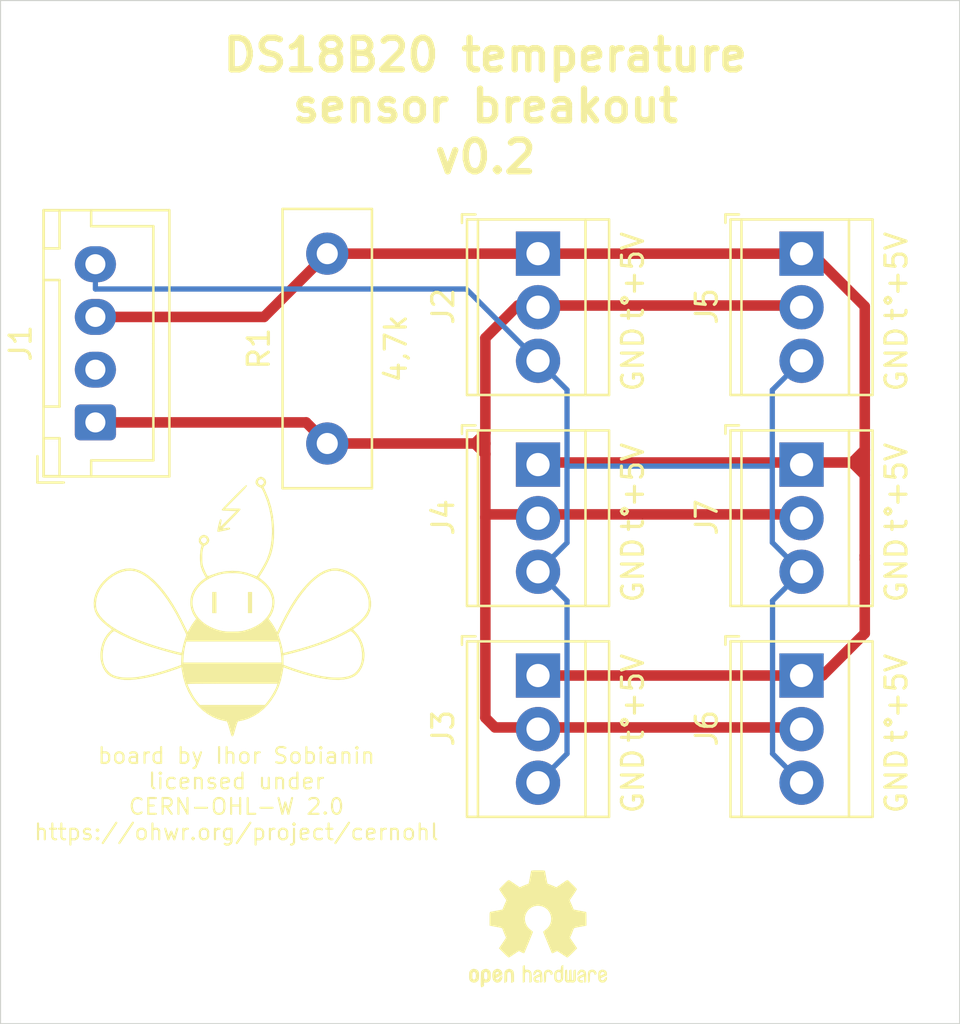
<source format=kicad_pcb>
(kicad_pcb (version 20171130) (host pcbnew "(5.1.12)-1")

  (general
    (thickness 1.6)
    (drawings 27)
    (tracks 70)
    (zones 0)
    (modules 14)
    (nets 5)
  )

  (page A4)
  (layers
    (0 F.Cu signal)
    (31 B.Cu signal)
    (32 B.Adhes user hide)
    (33 F.Adhes user hide)
    (34 B.Paste user hide)
    (35 F.Paste user hide)
    (36 B.SilkS user hide)
    (37 F.SilkS user hide)
    (38 B.Mask user hide)
    (39 F.Mask user hide)
    (40 Dwgs.User user hide)
    (41 Cmts.User user hide)
    (42 Eco1.User user hide)
    (43 Eco2.User user hide)
    (44 Edge.Cuts user)
    (45 Margin user hide)
    (46 B.CrtYd user hide)
    (47 F.CrtYd user hide)
    (48 B.Fab user hide)
    (49 F.Fab user hide)
  )

  (setup
    (last_trace_width 0.25)
    (user_trace_width 0.5)
    (trace_clearance 0.2)
    (zone_clearance 0.5)
    (zone_45_only no)
    (trace_min 0.2)
    (via_size 0.8)
    (via_drill 0.4)
    (via_min_size 0.4)
    (via_min_drill 0.3)
    (uvia_size 0.3)
    (uvia_drill 0.1)
    (uvias_allowed no)
    (uvia_min_size 0.2)
    (uvia_min_drill 0.1)
    (edge_width 0.05)
    (segment_width 0.2)
    (pcb_text_width 0.3)
    (pcb_text_size 1.5 1.5)
    (mod_edge_width 0.12)
    (mod_text_size 1 1)
    (mod_text_width 0.15)
    (pad_size 1.524 1.524)
    (pad_drill 0.762)
    (pad_to_mask_clearance 0)
    (aux_axis_origin 0 0)
    (visible_elements 7FFFFFFF)
    (pcbplotparams
      (layerselection 0x00020_7ffffffe)
      (usegerberextensions false)
      (usegerberattributes true)
      (usegerberadvancedattributes true)
      (creategerberjobfile true)
      (excludeedgelayer true)
      (linewidth 0.100000)
      (plotframeref false)
      (viasonmask false)
      (mode 1)
      (useauxorigin false)
      (hpglpennumber 1)
      (hpglpenspeed 20)
      (hpglpendiameter 15.000000)
      (psnegative false)
      (psa4output false)
      (plotreference true)
      (plotvalue true)
      (plotinvisibletext false)
      (padsonsilk false)
      (subtractmaskfromsilk false)
      (outputformat 1)
      (mirror false)
      (drillshape 0)
      (scaleselection 1)
      (outputdirectory "gerber/"))
  )

  (net 0 "")
  (net 1 GND)
  (net 2 +5V)
  (net 3 "Net-(J1-Pad2)")
  (net 4 esp_pin)

  (net_class Default "This is the default net class."
    (clearance 0.2)
    (trace_width 0.25)
    (via_dia 0.8)
    (via_drill 0.4)
    (uvia_dia 0.3)
    (uvia_drill 0.1)
    (add_net +5V)
    (add_net GND)
    (add_net "Net-(J1-Pad2)")
    (add_net esp_pin)
  )

  (module Symbol:OSHW-Logo2_7.3x6mm_SilkScreen (layer F.Cu) (tedit 0) (tstamp 60CEADB2)
    (at 137.5 124.5)
    (descr "Open Source Hardware Symbol")
    (tags "Logo Symbol OSHW")
    (attr virtual)
    (fp_text reference REF**_5 (at 0 0) (layer F.SilkS) hide
      (effects (font (size 1 1) (thickness 0.15)))
    )
    (fp_text value OSHW-Logo2_7.3x6mm_SilkScreen (at 0.75 0) (layer F.Fab) hide
      (effects (font (size 1 1) (thickness 0.15)))
    )
    (fp_poly (pts (xy 0.10391 -2.757652) (xy 0.182454 -2.757222) (xy 0.239298 -2.756058) (xy 0.278105 -2.753793)
      (xy 0.302538 -2.75006) (xy 0.316262 -2.744494) (xy 0.32294 -2.736727) (xy 0.326236 -2.726395)
      (xy 0.326556 -2.725057) (xy 0.331562 -2.700921) (xy 0.340829 -2.653299) (xy 0.353392 -2.587259)
      (xy 0.368287 -2.507872) (xy 0.384551 -2.420204) (xy 0.385119 -2.417125) (xy 0.40141 -2.331211)
      (xy 0.416652 -2.255304) (xy 0.429861 -2.193955) (xy 0.440054 -2.151718) (xy 0.446248 -2.133145)
      (xy 0.446543 -2.132816) (xy 0.464788 -2.123747) (xy 0.502405 -2.108633) (xy 0.551271 -2.090738)
      (xy 0.551543 -2.090642) (xy 0.613093 -2.067507) (xy 0.685657 -2.038035) (xy 0.754057 -2.008403)
      (xy 0.757294 -2.006938) (xy 0.868702 -1.956374) (xy 1.115399 -2.12484) (xy 1.191077 -2.176197)
      (xy 1.259631 -2.222111) (xy 1.317088 -2.25997) (xy 1.359476 -2.287163) (xy 1.382825 -2.301079)
      (xy 1.385042 -2.302111) (xy 1.40201 -2.297516) (xy 1.433701 -2.275345) (xy 1.481352 -2.234553)
      (xy 1.546198 -2.174095) (xy 1.612397 -2.109773) (xy 1.676214 -2.046388) (xy 1.733329 -1.988549)
      (xy 1.780305 -1.939825) (xy 1.813703 -1.90379) (xy 1.830085 -1.884016) (xy 1.830694 -1.882998)
      (xy 1.832505 -1.869428) (xy 1.825683 -1.847267) (xy 1.80854 -1.813522) (xy 1.779393 -1.7652)
      (xy 1.736555 -1.699308) (xy 1.679448 -1.614483) (xy 1.628766 -1.539823) (xy 1.583461 -1.47286)
      (xy 1.54615 -1.417484) (xy 1.519452 -1.37758) (xy 1.505985 -1.357038) (xy 1.505137 -1.355644)
      (xy 1.506781 -1.335962) (xy 1.519245 -1.297707) (xy 1.540048 -1.248111) (xy 1.547462 -1.232272)
      (xy 1.579814 -1.16171) (xy 1.614328 -1.081647) (xy 1.642365 -1.012371) (xy 1.662568 -0.960955)
      (xy 1.678615 -0.921881) (xy 1.687888 -0.901459) (xy 1.689041 -0.899886) (xy 1.706096 -0.897279)
      (xy 1.746298 -0.890137) (xy 1.804302 -0.879477) (xy 1.874763 -0.866315) (xy 1.952335 -0.851667)
      (xy 2.031672 -0.836551) (xy 2.107431 -0.821982) (xy 2.174264 -0.808978) (xy 2.226828 -0.798555)
      (xy 2.259776 -0.79173) (xy 2.267857 -0.789801) (xy 2.276205 -0.785038) (xy 2.282506 -0.774282)
      (xy 2.287045 -0.753902) (xy 2.290104 -0.720266) (xy 2.291967 -0.669745) (xy 2.292918 -0.598708)
      (xy 2.29324 -0.503524) (xy 2.293257 -0.464508) (xy 2.293257 -0.147201) (xy 2.217057 -0.132161)
      (xy 2.174663 -0.124005) (xy 2.1114 -0.112101) (xy 2.034962 -0.097884) (xy 1.953043 -0.08279)
      (xy 1.9304 -0.078645) (xy 1.854806 -0.063947) (xy 1.788953 -0.049495) (xy 1.738366 -0.036625)
      (xy 1.708574 -0.026678) (xy 1.703612 -0.023713) (xy 1.691426 -0.002717) (xy 1.673953 0.037967)
      (xy 1.654577 0.090322) (xy 1.650734 0.1016) (xy 1.625339 0.171523) (xy 1.593817 0.250418)
      (xy 1.562969 0.321266) (xy 1.562817 0.321595) (xy 1.511447 0.432733) (xy 1.680399 0.681253)
      (xy 1.849352 0.929772) (xy 1.632429 1.147058) (xy 1.566819 1.211726) (xy 1.506979 1.268733)
      (xy 1.456267 1.315033) (xy 1.418046 1.347584) (xy 1.395675 1.363343) (xy 1.392466 1.364343)
      (xy 1.373626 1.356469) (xy 1.33518 1.334578) (xy 1.28133 1.301267) (xy 1.216276 1.259131)
      (xy 1.14594 1.211943) (xy 1.074555 1.16381) (xy 1.010908 1.121928) (xy 0.959041 1.088871)
      (xy 0.922995 1.067218) (xy 0.906867 1.059543) (xy 0.887189 1.066037) (xy 0.849875 1.08315)
      (xy 0.802621 1.107326) (xy 0.797612 1.110013) (xy 0.733977 1.141927) (xy 0.690341 1.157579)
      (xy 0.663202 1.157745) (xy 0.649057 1.143204) (xy 0.648975 1.143) (xy 0.641905 1.125779)
      (xy 0.625042 1.084899) (xy 0.599695 1.023525) (xy 0.567171 0.944819) (xy 0.528778 0.851947)
      (xy 0.485822 0.748072) (xy 0.444222 0.647502) (xy 0.398504 0.536516) (xy 0.356526 0.433703)
      (xy 0.319548 0.342215) (xy 0.288827 0.265201) (xy 0.265622 0.205815) (xy 0.25119 0.167209)
      (xy 0.246743 0.1528) (xy 0.257896 0.136272) (xy 0.287069 0.10993) (xy 0.325971 0.080887)
      (xy 0.436757 -0.010961) (xy 0.523351 -0.116241) (xy 0.584716 -0.232734) (xy 0.619815 -0.358224)
      (xy 0.627608 -0.490493) (xy 0.621943 -0.551543) (xy 0.591078 -0.678205) (xy 0.53792 -0.790059)
      (xy 0.465767 -0.885999) (xy 0.377917 -0.964924) (xy 0.277665 -1.02573) (xy 0.16831 -1.067313)
      (xy 0.053147 -1.088572) (xy -0.064525 -1.088401) (xy -0.18141 -1.065699) (xy -0.294211 -1.019362)
      (xy -0.399631 -0.948287) (xy -0.443632 -0.908089) (xy -0.528021 -0.804871) (xy -0.586778 -0.692075)
      (xy -0.620296 -0.57299) (xy -0.628965 -0.450905) (xy -0.613177 -0.329107) (xy -0.573322 -0.210884)
      (xy -0.509793 -0.099525) (xy -0.422979 0.001684) (xy -0.325971 0.080887) (xy -0.285563 0.111162)
      (xy -0.257018 0.137219) (xy -0.246743 0.152825) (xy -0.252123 0.169843) (xy -0.267425 0.2105)
      (xy -0.291388 0.271642) (xy -0.322756 0.350119) (xy -0.360268 0.44278) (xy -0.402667 0.546472)
      (xy -0.444337 0.647526) (xy -0.49031 0.758607) (xy -0.532893 0.861541) (xy -0.570779 0.953165)
      (xy -0.60266 1.030316) (xy -0.627229 1.089831) (xy -0.64318 1.128544) (xy -0.64909 1.143)
      (xy -0.663052 1.157685) (xy -0.69006 1.157642) (xy -0.733587 1.142099) (xy -0.79711 1.110284)
      (xy -0.797612 1.110013) (xy -0.84544 1.085323) (xy -0.884103 1.067338) (xy -0.905905 1.059614)
      (xy -0.906867 1.059543) (xy -0.923279 1.067378) (xy -0.959513 1.089165) (xy -1.011526 1.122328)
      (xy -1.075275 1.164291) (xy -1.14594 1.211943) (xy -1.217884 1.260191) (xy -1.282726 1.302151)
      (xy -1.336265 1.335227) (xy -1.374303 1.356821) (xy -1.392467 1.364343) (xy -1.409192 1.354457)
      (xy -1.44282 1.326826) (xy -1.48999 1.284495) (xy -1.547342 1.230505) (xy -1.611516 1.167899)
      (xy -1.632503 1.146983) (xy -1.849501 0.929623) (xy -1.684332 0.68722) (xy -1.634136 0.612781)
      (xy -1.590081 0.545972) (xy -1.554638 0.490665) (xy -1.530281 0.450729) (xy -1.519478 0.430036)
      (xy -1.519162 0.428563) (xy -1.524857 0.409058) (xy -1.540174 0.369822) (xy -1.562463 0.31743)
      (xy -1.578107 0.282355) (xy -1.607359 0.215201) (xy -1.634906 0.147358) (xy -1.656263 0.090034)
      (xy -1.662065 0.072572) (xy -1.678548 0.025938) (xy -1.69466 -0.010095) (xy -1.70351 -0.023713)
      (xy -1.72304 -0.032048) (xy -1.765666 -0.043863) (xy -1.825855 -0.057819) (xy -1.898078 -0.072578)
      (xy -1.9304 -0.078645) (xy -2.012478 -0.093727) (xy -2.091205 -0.108331) (xy -2.158891 -0.12102)
      (xy -2.20784 -0.130358) (xy -2.217057 -0.132161) (xy -2.293257 -0.147201) (xy -2.293257 -0.464508)
      (xy -2.293086 -0.568846) (xy -2.292384 -0.647787) (xy -2.290866 -0.704962) (xy -2.288251 -0.744001)
      (xy -2.284254 -0.768535) (xy -2.278591 -0.782195) (xy -2.27098 -0.788611) (xy -2.267857 -0.789801)
      (xy -2.249022 -0.79402) (xy -2.207412 -0.802438) (xy -2.14837 -0.814039) (xy -2.077243 -0.827805)
      (xy -1.999375 -0.84272) (xy -1.920113 -0.857768) (xy -1.844802 -0.871931) (xy -1.778787 -0.884194)
      (xy -1.727413 -0.893539) (xy -1.696025 -0.89895) (xy -1.689041 -0.899886) (xy -1.682715 -0.912404)
      (xy -1.66871 -0.945754) (xy -1.649645 -0.993623) (xy -1.642366 -1.012371) (xy -1.613004 -1.084805)
      (xy -1.578429 -1.16483) (xy -1.547463 -1.232272) (xy -1.524677 -1.283841) (xy -1.509518 -1.326215)
      (xy -1.504458 -1.352166) (xy -1.505264 -1.355644) (xy -1.515959 -1.372064) (xy -1.54038 -1.408583)
      (xy -1.575905 -1.461313) (xy -1.619913 -1.526365) (xy -1.669783 -1.599849) (xy -1.679644 -1.614355)
      (xy -1.737508 -1.700296) (xy -1.780044 -1.765739) (xy -1.808946 -1.813696) (xy -1.82591 -1.84718)
      (xy -1.832633 -1.869205) (xy -1.83081 -1.882783) (xy -1.830764 -1.882869) (xy -1.816414 -1.900703)
      (xy -1.784677 -1.935183) (xy -1.73899 -1.982732) (xy -1.682796 -2.039778) (xy -1.619532 -2.102745)
      (xy -1.612398 -2.109773) (xy -1.53267 -2.18698) (xy -1.471143 -2.24367) (xy -1.426579 -2.28089)
      (xy -1.397743 -2.299685) (xy -1.385042 -2.302111) (xy -1.366506 -2.291529) (xy -1.328039 -2.267084)
      (xy -1.273614 -2.231388) (xy -1.207202 -2.187053) (xy -1.132775 -2.136689) (xy -1.115399 -2.12484)
      (xy -0.868703 -1.956374) (xy -0.757294 -2.006938) (xy -0.689543 -2.036405) (xy -0.616817 -2.066041)
      (xy -0.554297 -2.08967) (xy -0.551543 -2.090642) (xy -0.50264 -2.108543) (xy -0.464943 -2.12368)
      (xy -0.446575 -2.13279) (xy -0.446544 -2.132816) (xy -0.440715 -2.149283) (xy -0.430808 -2.189781)
      (xy -0.417805 -2.249758) (xy -0.402691 -2.32466) (xy -0.386448 -2.409936) (xy -0.385119 -2.417125)
      (xy -0.368825 -2.504986) (xy -0.353867 -2.58474) (xy -0.341209 -2.651319) (xy -0.331814 -2.699653)
      (xy -0.326646 -2.724675) (xy -0.326556 -2.725057) (xy -0.323411 -2.735701) (xy -0.317296 -2.743738)
      (xy -0.304547 -2.749533) (xy -0.2815 -2.753453) (xy -0.244491 -2.755865) (xy -0.189856 -2.757135)
      (xy -0.113933 -2.757629) (xy -0.013056 -2.757714) (xy 0 -2.757714) (xy 0.10391 -2.757652)) (layer F.SilkS) (width 0.01))
    (fp_poly (pts (xy 3.153595 1.966966) (xy 3.211021 2.004497) (xy 3.238719 2.038096) (xy 3.260662 2.099064)
      (xy 3.262405 2.147308) (xy 3.258457 2.211816) (xy 3.109686 2.276934) (xy 3.037349 2.310202)
      (xy 2.990084 2.336964) (xy 2.965507 2.360144) (xy 2.961237 2.382667) (xy 2.974889 2.407455)
      (xy 2.989943 2.423886) (xy 3.033746 2.450235) (xy 3.081389 2.452081) (xy 3.125145 2.431546)
      (xy 3.157289 2.390752) (xy 3.163038 2.376347) (xy 3.190576 2.331356) (xy 3.222258 2.312182)
      (xy 3.265714 2.295779) (xy 3.265714 2.357966) (xy 3.261872 2.400283) (xy 3.246823 2.435969)
      (xy 3.21528 2.476943) (xy 3.210592 2.482267) (xy 3.175506 2.51872) (xy 3.145347 2.538283)
      (xy 3.107615 2.547283) (xy 3.076335 2.55023) (xy 3.020385 2.550965) (xy 2.980555 2.54166)
      (xy 2.955708 2.527846) (xy 2.916656 2.497467) (xy 2.889625 2.464613) (xy 2.872517 2.423294)
      (xy 2.863238 2.367521) (xy 2.859693 2.291305) (xy 2.85941 2.252622) (xy 2.860372 2.206247)
      (xy 2.948007 2.206247) (xy 2.949023 2.231126) (xy 2.951556 2.2352) (xy 2.968274 2.229665)
      (xy 3.004249 2.215017) (xy 3.052331 2.19419) (xy 3.062386 2.189714) (xy 3.123152 2.158814)
      (xy 3.156632 2.131657) (xy 3.16399 2.10622) (xy 3.146391 2.080481) (xy 3.131856 2.069109)
      (xy 3.07941 2.046364) (xy 3.030322 2.050122) (xy 2.989227 2.077884) (xy 2.960758 2.127152)
      (xy 2.951631 2.166257) (xy 2.948007 2.206247) (xy 2.860372 2.206247) (xy 2.861285 2.162249)
      (xy 2.868196 2.095384) (xy 2.881884 2.046695) (xy 2.904096 2.010849) (xy 2.936574 1.982513)
      (xy 2.950733 1.973355) (xy 3.015053 1.949507) (xy 3.085473 1.948006) (xy 3.153595 1.966966)) (layer F.SilkS) (width 0.01))
    (fp_poly (pts (xy 2.6526 1.958752) (xy 2.669948 1.966334) (xy 2.711356 1.999128) (xy 2.746765 2.046547)
      (xy 2.768664 2.097151) (xy 2.772229 2.122098) (xy 2.760279 2.156927) (xy 2.734067 2.175357)
      (xy 2.705964 2.186516) (xy 2.693095 2.188572) (xy 2.686829 2.173649) (xy 2.674456 2.141175)
      (xy 2.669028 2.126502) (xy 2.63859 2.075744) (xy 2.59452 2.050427) (xy 2.53801 2.051206)
      (xy 2.533825 2.052203) (xy 2.503655 2.066507) (xy 2.481476 2.094393) (xy 2.466327 2.139287)
      (xy 2.45725 2.204615) (xy 2.453286 2.293804) (xy 2.452914 2.341261) (xy 2.45273 2.416071)
      (xy 2.451522 2.467069) (xy 2.448309 2.499471) (xy 2.442109 2.518495) (xy 2.43194 2.529356)
      (xy 2.416819 2.537272) (xy 2.415946 2.53767) (xy 2.386828 2.549981) (xy 2.372403 2.554514)
      (xy 2.370186 2.540809) (xy 2.368289 2.502925) (xy 2.366847 2.445715) (xy 2.365998 2.374027)
      (xy 2.365829 2.321565) (xy 2.366692 2.220047) (xy 2.37007 2.143032) (xy 2.377142 2.086023)
      (xy 2.389088 2.044526) (xy 2.40709 2.014043) (xy 2.432327 1.99008) (xy 2.457247 1.973355)
      (xy 2.517171 1.951097) (xy 2.586911 1.946076) (xy 2.6526 1.958752)) (layer F.SilkS) (width 0.01))
    (fp_poly (pts (xy 2.144876 1.956335) (xy 2.186667 1.975344) (xy 2.219469 1.998378) (xy 2.243503 2.024133)
      (xy 2.260097 2.057358) (xy 2.270577 2.1028) (xy 2.276271 2.165207) (xy 2.278507 2.249327)
      (xy 2.278743 2.304721) (xy 2.278743 2.520826) (xy 2.241774 2.53767) (xy 2.212656 2.549981)
      (xy 2.198231 2.554514) (xy 2.195472 2.541025) (xy 2.193282 2.504653) (xy 2.191942 2.451542)
      (xy 2.191657 2.409372) (xy 2.190434 2.348447) (xy 2.187136 2.300115) (xy 2.182321 2.270518)
      (xy 2.178496 2.264229) (xy 2.152783 2.270652) (xy 2.112418 2.287125) (xy 2.065679 2.309458)
      (xy 2.020845 2.333457) (xy 1.986193 2.35493) (xy 1.970002 2.369685) (xy 1.969938 2.369845)
      (xy 1.97133 2.397152) (xy 1.983818 2.423219) (xy 2.005743 2.444392) (xy 2.037743 2.451474)
      (xy 2.065092 2.450649) (xy 2.103826 2.450042) (xy 2.124158 2.459116) (xy 2.136369 2.483092)
      (xy 2.137909 2.487613) (xy 2.143203 2.521806) (xy 2.129047 2.542568) (xy 2.092148 2.552462)
      (xy 2.052289 2.554292) (xy 1.980562 2.540727) (xy 1.943432 2.521355) (xy 1.897576 2.475845)
      (xy 1.873256 2.419983) (xy 1.871073 2.360957) (xy 1.891629 2.305953) (xy 1.922549 2.271486)
      (xy 1.95342 2.252189) (xy 2.001942 2.227759) (xy 2.058485 2.202985) (xy 2.06791 2.199199)
      (xy 2.130019 2.171791) (xy 2.165822 2.147634) (xy 2.177337 2.123619) (xy 2.16658 2.096635)
      (xy 2.148114 2.075543) (xy 2.104469 2.049572) (xy 2.056446 2.047624) (xy 2.012406 2.067637)
      (xy 1.980709 2.107551) (xy 1.976549 2.117848) (xy 1.952327 2.155724) (xy 1.916965 2.183842)
      (xy 1.872343 2.206917) (xy 1.872343 2.141485) (xy 1.874969 2.101506) (xy 1.88623 2.069997)
      (xy 1.911199 2.036378) (xy 1.935169 2.010484) (xy 1.972441 1.973817) (xy 2.001401 1.954121)
      (xy 2.032505 1.94622) (xy 2.067713 1.944914) (xy 2.144876 1.956335)) (layer F.SilkS) (width 0.01))
    (fp_poly (pts (xy 1.779833 1.958663) (xy 1.782048 1.99685) (xy 1.783784 2.054886) (xy 1.784899 2.12818)
      (xy 1.785257 2.205055) (xy 1.785257 2.465196) (xy 1.739326 2.511127) (xy 1.707675 2.539429)
      (xy 1.67989 2.550893) (xy 1.641915 2.550168) (xy 1.62684 2.548321) (xy 1.579726 2.542948)
      (xy 1.540756 2.539869) (xy 1.531257 2.539585) (xy 1.499233 2.541445) (xy 1.453432 2.546114)
      (xy 1.435674 2.548321) (xy 1.392057 2.551735) (xy 1.362745 2.54432) (xy 1.33368 2.521427)
      (xy 1.323188 2.511127) (xy 1.277257 2.465196) (xy 1.277257 1.978602) (xy 1.314226 1.961758)
      (xy 1.346059 1.949282) (xy 1.364683 1.944914) (xy 1.369458 1.958718) (xy 1.373921 1.997286)
      (xy 1.377775 2.056356) (xy 1.380722 2.131663) (xy 1.382143 2.195286) (xy 1.386114 2.445657)
      (xy 1.420759 2.450556) (xy 1.452268 2.447131) (xy 1.467708 2.436041) (xy 1.472023 2.415308)
      (xy 1.475708 2.371145) (xy 1.478469 2.309146) (xy 1.480012 2.234909) (xy 1.480235 2.196706)
      (xy 1.480457 1.976783) (xy 1.526166 1.960849) (xy 1.558518 1.950015) (xy 1.576115 1.944962)
      (xy 1.576623 1.944914) (xy 1.578388 1.958648) (xy 1.580329 1.99673) (xy 1.582282 2.054482)
      (xy 1.584084 2.127227) (xy 1.585343 2.195286) (xy 1.589314 2.445657) (xy 1.6764 2.445657)
      (xy 1.680396 2.21724) (xy 1.684392 1.988822) (xy 1.726847 1.966868) (xy 1.758192 1.951793)
      (xy 1.776744 1.944951) (xy 1.777279 1.944914) (xy 1.779833 1.958663)) (layer F.SilkS) (width 0.01))
    (fp_poly (pts (xy 1.190117 2.065358) (xy 1.189933 2.173837) (xy 1.189219 2.257287) (xy 1.187675 2.319704)
      (xy 1.185001 2.365085) (xy 1.180894 2.397429) (xy 1.175055 2.420733) (xy 1.167182 2.438995)
      (xy 1.161221 2.449418) (xy 1.111855 2.505945) (xy 1.049264 2.541377) (xy 0.980013 2.55409)
      (xy 0.910668 2.542463) (xy 0.869375 2.521568) (xy 0.826025 2.485422) (xy 0.796481 2.441276)
      (xy 0.778655 2.383462) (xy 0.770463 2.306313) (xy 0.769302 2.249714) (xy 0.769458 2.245647)
      (xy 0.870857 2.245647) (xy 0.871476 2.31055) (xy 0.874314 2.353514) (xy 0.88084 2.381622)
      (xy 0.892523 2.401953) (xy 0.906483 2.417288) (xy 0.953365 2.44689) (xy 1.003701 2.449419)
      (xy 1.051276 2.424705) (xy 1.054979 2.421356) (xy 1.070783 2.403935) (xy 1.080693 2.383209)
      (xy 1.086058 2.352362) (xy 1.088228 2.304577) (xy 1.088571 2.251748) (xy 1.087827 2.185381)
      (xy 1.084748 2.141106) (xy 1.078061 2.112009) (xy 1.066496 2.091173) (xy 1.057013 2.080107)
      (xy 1.01296 2.052198) (xy 0.962224 2.048843) (xy 0.913796 2.070159) (xy 0.90445 2.078073)
      (xy 0.88854 2.095647) (xy 0.87861 2.116587) (xy 0.873278 2.147782) (xy 0.871163 2.196122)
      (xy 0.870857 2.245647) (xy 0.769458 2.245647) (xy 0.77281 2.158568) (xy 0.784726 2.090086)
      (xy 0.807135 2.0386) (xy 0.842124 1.998443) (xy 0.869375 1.977861) (xy 0.918907 1.955625)
      (xy 0.976316 1.945304) (xy 1.029682 1.948067) (xy 1.059543 1.959212) (xy 1.071261 1.962383)
      (xy 1.079037 1.950557) (xy 1.084465 1.918866) (xy 1.088571 1.870593) (xy 1.093067 1.816829)
      (xy 1.099313 1.784482) (xy 1.110676 1.765985) (xy 1.130528 1.75377) (xy 1.143 1.748362)
      (xy 1.190171 1.728601) (xy 1.190117 2.065358)) (layer F.SilkS) (width 0.01))
    (fp_poly (pts (xy 0.529926 1.949755) (xy 0.595858 1.974084) (xy 0.649273 2.017117) (xy 0.670164 2.047409)
      (xy 0.692939 2.102994) (xy 0.692466 2.143186) (xy 0.668562 2.170217) (xy 0.659717 2.174813)
      (xy 0.62153 2.189144) (xy 0.602028 2.185472) (xy 0.595422 2.161407) (xy 0.595086 2.148114)
      (xy 0.582992 2.09921) (xy 0.551471 2.064999) (xy 0.507659 2.048476) (xy 0.458695 2.052634)
      (xy 0.418894 2.074227) (xy 0.40545 2.086544) (xy 0.395921 2.101487) (xy 0.389485 2.124075)
      (xy 0.385317 2.159328) (xy 0.382597 2.212266) (xy 0.380502 2.287907) (xy 0.37996 2.311857)
      (xy 0.377981 2.39379) (xy 0.375731 2.451455) (xy 0.372357 2.489608) (xy 0.367006 2.513004)
      (xy 0.358824 2.526398) (xy 0.346959 2.534545) (xy 0.339362 2.538144) (xy 0.307102 2.550452)
      (xy 0.288111 2.554514) (xy 0.281836 2.540948) (xy 0.278006 2.499934) (xy 0.2766 2.430999)
      (xy 0.277598 2.333669) (xy 0.277908 2.318657) (xy 0.280101 2.229859) (xy 0.282693 2.165019)
      (xy 0.286382 2.119067) (xy 0.291864 2.086935) (xy 0.299835 2.063553) (xy 0.310993 2.043852)
      (xy 0.31683 2.03541) (xy 0.350296 1.998057) (xy 0.387727 1.969003) (xy 0.392309 1.966467)
      (xy 0.459426 1.946443) (xy 0.529926 1.949755)) (layer F.SilkS) (width 0.01))
    (fp_poly (pts (xy 0.039744 1.950968) (xy 0.096616 1.972087) (xy 0.097267 1.972493) (xy 0.13244 1.99838)
      (xy 0.158407 2.028633) (xy 0.17667 2.068058) (xy 0.188732 2.121462) (xy 0.196096 2.193651)
      (xy 0.200264 2.289432) (xy 0.200629 2.303078) (xy 0.205876 2.508842) (xy 0.161716 2.531678)
      (xy 0.129763 2.54711) (xy 0.11047 2.554423) (xy 0.109578 2.554514) (xy 0.106239 2.541022)
      (xy 0.103587 2.504626) (xy 0.101956 2.451452) (xy 0.1016 2.408393) (xy 0.101592 2.338641)
      (xy 0.098403 2.294837) (xy 0.087288 2.273944) (xy 0.063501 2.272925) (xy 0.022296 2.288741)
      (xy -0.039914 2.317815) (xy -0.085659 2.341963) (xy -0.109187 2.362913) (xy -0.116104 2.385747)
      (xy -0.116114 2.386877) (xy -0.104701 2.426212) (xy -0.070908 2.447462) (xy -0.019191 2.450539)
      (xy 0.018061 2.450006) (xy 0.037703 2.460735) (xy 0.049952 2.486505) (xy 0.057002 2.519337)
      (xy 0.046842 2.537966) (xy 0.043017 2.540632) (xy 0.007001 2.55134) (xy -0.043434 2.552856)
      (xy -0.095374 2.545759) (xy -0.132178 2.532788) (xy -0.183062 2.489585) (xy -0.211986 2.429446)
      (xy -0.217714 2.382462) (xy -0.213343 2.340082) (xy -0.197525 2.305488) (xy -0.166203 2.274763)
      (xy -0.115322 2.24399) (xy -0.040824 2.209252) (xy -0.036286 2.207288) (xy 0.030821 2.176287)
      (xy 0.072232 2.150862) (xy 0.089981 2.128014) (xy 0.086107 2.104745) (xy 0.062643 2.078056)
      (xy 0.055627 2.071914) (xy 0.00863 2.0481) (xy -0.040067 2.049103) (xy -0.082478 2.072451)
      (xy -0.110616 2.115675) (xy -0.113231 2.12416) (xy -0.138692 2.165308) (xy -0.170999 2.185128)
      (xy -0.217714 2.20477) (xy -0.217714 2.15395) (xy -0.203504 2.080082) (xy -0.161325 2.012327)
      (xy -0.139376 1.989661) (xy -0.089483 1.960569) (xy -0.026033 1.9474) (xy 0.039744 1.950968)) (layer F.SilkS) (width 0.01))
    (fp_poly (pts (xy -0.624114 1.851289) (xy -0.619861 1.910613) (xy -0.614975 1.945572) (xy -0.608205 1.96082)
      (xy -0.598298 1.961015) (xy -0.595086 1.959195) (xy -0.552356 1.946015) (xy -0.496773 1.946785)
      (xy -0.440263 1.960333) (xy -0.404918 1.977861) (xy -0.368679 2.005861) (xy -0.342187 2.037549)
      (xy -0.324001 2.077813) (xy -0.312678 2.131543) (xy -0.306778 2.203626) (xy -0.304857 2.298951)
      (xy -0.304823 2.317237) (xy -0.3048 2.522646) (xy -0.350509 2.53858) (xy -0.382973 2.54942)
      (xy -0.400785 2.554468) (xy -0.401309 2.554514) (xy -0.403063 2.540828) (xy -0.404556 2.503076)
      (xy -0.405674 2.446224) (xy -0.406303 2.375234) (xy -0.4064 2.332073) (xy -0.406602 2.246973)
      (xy -0.407642 2.185981) (xy -0.410169 2.144177) (xy -0.414836 2.116642) (xy -0.422293 2.098456)
      (xy -0.433189 2.084698) (xy -0.439993 2.078073) (xy -0.486728 2.051375) (xy -0.537728 2.049375)
      (xy -0.583999 2.071955) (xy -0.592556 2.080107) (xy -0.605107 2.095436) (xy -0.613812 2.113618)
      (xy -0.619369 2.139909) (xy -0.622474 2.179562) (xy -0.623824 2.237832) (xy -0.624114 2.318173)
      (xy -0.624114 2.522646) (xy -0.669823 2.53858) (xy -0.702287 2.54942) (xy -0.720099 2.554468)
      (xy -0.720623 2.554514) (xy -0.721963 2.540623) (xy -0.723172 2.501439) (xy -0.724199 2.4407)
      (xy -0.724998 2.362141) (xy -0.725519 2.269498) (xy -0.725714 2.166509) (xy -0.725714 1.769342)
      (xy -0.678543 1.749444) (xy -0.631371 1.729547) (xy -0.624114 1.851289)) (layer F.SilkS) (width 0.01))
    (fp_poly (pts (xy -1.831697 1.931239) (xy -1.774473 1.969735) (xy -1.730251 2.025335) (xy -1.703833 2.096086)
      (xy -1.69849 2.148162) (xy -1.699097 2.169893) (xy -1.704178 2.186531) (xy -1.718145 2.201437)
      (xy -1.745411 2.217973) (xy -1.790388 2.239498) (xy -1.857489 2.269374) (xy -1.857829 2.269524)
      (xy -1.919593 2.297813) (xy -1.970241 2.322933) (xy -2.004596 2.342179) (xy -2.017482 2.352848)
      (xy -2.017486 2.352934) (xy -2.006128 2.376166) (xy -1.979569 2.401774) (xy -1.949077 2.420221)
      (xy -1.93363 2.423886) (xy -1.891485 2.411212) (xy -1.855192 2.379471) (xy -1.837483 2.344572)
      (xy -1.820448 2.318845) (xy -1.787078 2.289546) (xy -1.747851 2.264235) (xy -1.713244 2.250471)
      (xy -1.706007 2.249714) (xy -1.697861 2.26216) (xy -1.69737 2.293972) (xy -1.703357 2.336866)
      (xy -1.714643 2.382558) (xy -1.73005 2.422761) (xy -1.730829 2.424322) (xy -1.777196 2.489062)
      (xy -1.837289 2.533097) (xy -1.905535 2.554711) (xy -1.976362 2.552185) (xy -2.044196 2.523804)
      (xy -2.047212 2.521808) (xy -2.100573 2.473448) (xy -2.13566 2.410352) (xy -2.155078 2.327387)
      (xy -2.157684 2.304078) (xy -2.162299 2.194055) (xy -2.156767 2.142748) (xy -2.017486 2.142748)
      (xy -2.015676 2.174753) (xy -2.005778 2.184093) (xy -1.981102 2.177105) (xy -1.942205 2.160587)
      (xy -1.898725 2.139881) (xy -1.897644 2.139333) (xy -1.860791 2.119949) (xy -1.846 2.107013)
      (xy -1.849647 2.093451) (xy -1.865005 2.075632) (xy -1.904077 2.049845) (xy -1.946154 2.04795)
      (xy -1.983897 2.066717) (xy -2.009966 2.102915) (xy -2.017486 2.142748) (xy -2.156767 2.142748)
      (xy -2.152806 2.106027) (xy -2.12845 2.036212) (xy -2.094544 1.987302) (xy -2.033347 1.937878)
      (xy -1.965937 1.913359) (xy -1.89712 1.911797) (xy -1.831697 1.931239)) (layer F.SilkS) (width 0.01))
    (fp_poly (pts (xy -2.958885 1.921962) (xy -2.890855 1.957733) (xy -2.840649 2.015301) (xy -2.822815 2.052312)
      (xy -2.808937 2.107882) (xy -2.801833 2.178096) (xy -2.80116 2.254727) (xy -2.806573 2.329552)
      (xy -2.81773 2.394342) (xy -2.834286 2.440873) (xy -2.839374 2.448887) (xy -2.899645 2.508707)
      (xy -2.971231 2.544535) (xy -3.048908 2.55502) (xy -3.127452 2.53881) (xy -3.149311 2.529092)
      (xy -3.191878 2.499143) (xy -3.229237 2.459433) (xy -3.232768 2.454397) (xy -3.247119 2.430124)
      (xy -3.256606 2.404178) (xy -3.26221 2.370022) (xy -3.264914 2.321119) (xy -3.265701 2.250935)
      (xy -3.265714 2.2352) (xy -3.265678 2.230192) (xy -3.120571 2.230192) (xy -3.119727 2.29643)
      (xy -3.116404 2.340386) (xy -3.109417 2.368779) (xy -3.097584 2.388325) (xy -3.091543 2.394857)
      (xy -3.056814 2.41968) (xy -3.023097 2.418548) (xy -2.989005 2.397016) (xy -2.968671 2.374029)
      (xy -2.956629 2.340478) (xy -2.949866 2.287569) (xy -2.949402 2.281399) (xy -2.948248 2.185513)
      (xy -2.960312 2.114299) (xy -2.98543 2.068194) (xy -3.02344 2.047635) (xy -3.037008 2.046514)
      (xy -3.072636 2.052152) (xy -3.097006 2.071686) (xy -3.111907 2.109042) (xy -3.119125 2.16815)
      (xy -3.120571 2.230192) (xy -3.265678 2.230192) (xy -3.265174 2.160413) (xy -3.262904 2.108159)
      (xy -3.257932 2.071949) (xy -3.249287 2.045299) (xy -3.235995 2.021722) (xy -3.233057 2.017338)
      (xy -3.183687 1.958249) (xy -3.129891 1.923947) (xy -3.064398 1.910331) (xy -3.042158 1.909665)
      (xy -2.958885 1.921962)) (layer F.SilkS) (width 0.01))
    (fp_poly (pts (xy -1.283907 1.92778) (xy -1.237328 1.954723) (xy -1.204943 1.981466) (xy -1.181258 2.009484)
      (xy -1.164941 2.043748) (xy -1.154661 2.089227) (xy -1.149086 2.150892) (xy -1.146884 2.233711)
      (xy -1.146629 2.293246) (xy -1.146629 2.512391) (xy -1.208314 2.540044) (xy -1.27 2.567697)
      (xy -1.277257 2.32767) (xy -1.280256 2.238028) (xy -1.283402 2.172962) (xy -1.287299 2.128026)
      (xy -1.292553 2.09877) (xy -1.299769 2.080748) (xy -1.30955 2.069511) (xy -1.312688 2.067079)
      (xy -1.360239 2.048083) (xy -1.408303 2.0556) (xy -1.436914 2.075543) (xy -1.448553 2.089675)
      (xy -1.456609 2.10822) (xy -1.461729 2.136334) (xy -1.464559 2.179173) (xy -1.465744 2.241895)
      (xy -1.465943 2.307261) (xy -1.465982 2.389268) (xy -1.467386 2.447316) (xy -1.472086 2.486465)
      (xy -1.482013 2.51178) (xy -1.499097 2.528323) (xy -1.525268 2.541156) (xy -1.560225 2.554491)
      (xy -1.598404 2.569007) (xy -1.593859 2.311389) (xy -1.592029 2.218519) (xy -1.589888 2.149889)
      (xy -1.586819 2.100711) (xy -1.582206 2.066198) (xy -1.575432 2.041562) (xy -1.565881 2.022016)
      (xy -1.554366 2.00477) (xy -1.49881 1.94968) (xy -1.43102 1.917822) (xy -1.357287 1.910191)
      (xy -1.283907 1.92778)) (layer F.SilkS) (width 0.01))
    (fp_poly (pts (xy -2.400256 1.919918) (xy -2.344799 1.947568) (xy -2.295852 1.99848) (xy -2.282371 2.017338)
      (xy -2.267686 2.042015) (xy -2.258158 2.068816) (xy -2.252707 2.104587) (xy -2.250253 2.156169)
      (xy -2.249714 2.224267) (xy -2.252148 2.317588) (xy -2.260606 2.387657) (xy -2.276826 2.439931)
      (xy -2.302546 2.479869) (xy -2.339503 2.512929) (xy -2.342218 2.514886) (xy -2.37864 2.534908)
      (xy -2.422498 2.544815) (xy -2.478276 2.547257) (xy -2.568952 2.547257) (xy -2.56899 2.635283)
      (xy -2.569834 2.684308) (xy -2.574976 2.713065) (xy -2.588413 2.730311) (xy -2.614142 2.744808)
      (xy -2.620321 2.747769) (xy -2.649236 2.761648) (xy -2.671624 2.770414) (xy -2.688271 2.771171)
      (xy -2.699964 2.761023) (xy -2.70749 2.737073) (xy -2.711634 2.696426) (xy -2.713185 2.636186)
      (xy -2.712929 2.553455) (xy -2.711651 2.445339) (xy -2.711252 2.413) (xy -2.709815 2.301524)
      (xy -2.708528 2.228603) (xy -2.569029 2.228603) (xy -2.568245 2.290499) (xy -2.56476 2.330997)
      (xy -2.556876 2.357708) (xy -2.542895 2.378244) (xy -2.533403 2.38826) (xy -2.494596 2.417567)
      (xy -2.460237 2.419952) (xy -2.424784 2.39575) (xy -2.423886 2.394857) (xy -2.409461 2.376153)
      (xy -2.400687 2.350732) (xy -2.396261 2.311584) (xy -2.394882 2.251697) (xy -2.394857 2.23843)
      (xy -2.398188 2.155901) (xy -2.409031 2.098691) (xy -2.42866 2.063766) (xy -2.45835 2.048094)
      (xy -2.475509 2.046514) (xy -2.516234 2.053926) (xy -2.544168 2.07833) (xy -2.560983 2.12298)
      (xy -2.56835 2.19113) (xy -2.569029 2.228603) (xy -2.708528 2.228603) (xy -2.708292 2.215245)
      (xy -2.706323 2.150333) (xy -2.70355 2.102958) (xy -2.699612 2.06929) (xy -2.694151 2.045498)
      (xy -2.686808 2.027753) (xy -2.677223 2.012224) (xy -2.673113 2.006381) (xy -2.618595 1.951185)
      (xy -2.549664 1.91989) (xy -2.469928 1.911165) (xy -2.400256 1.919918)) (layer F.SilkS) (width 0.01))
  )

  (module logo-beehive:logo-beehive-13_2х12_3mm (layer F.Cu) (tedit 0) (tstamp 60CEAAD1)
    (at 123 109.22)
    (fp_text reference G*** (at 0 0) (layer F.SilkS) hide
      (effects (font (size 1.524 1.524) (thickness 0.3)))
    )
    (fp_text value LOGO (at 0.75 0) (layer F.SilkS) hide
      (effects (font (size 1.524 1.524) (thickness 0.3)))
    )
    (fp_poly (pts (xy 0.931333 0.3175) (xy 0.740833 0.3175) (xy 0.740833 -0.677333) (xy 0.931333 -0.677333)
      (xy 0.931333 0.3175)) (layer F.SilkS) (width 0.01))
    (fp_poly (pts (xy -0.762 0.3175) (xy -0.9525 0.3175) (xy -0.9525 -0.677333) (xy -0.762 -0.677333)
      (xy -0.762 0.3175)) (layer F.SilkS) (width 0.01))
    (fp_poly (pts (xy 0.684015 -5.724645) (xy 0.676912 -5.700199) (xy 0.649337 -5.659054) (xy 0.59953 -5.599057)
      (xy 0.525727 -5.518055) (xy 0.426168 -5.413895) (xy 0.29909 -5.284424) (xy 0.177517 -5.162266)
      (xy -0.348933 -4.6355) (xy 0.016034 -4.6355) (xy 0.14878 -4.635174) (xy 0.244987 -4.633805)
      (xy 0.310445 -4.630809) (xy 0.350943 -4.6256) (xy 0.372274 -4.617595) (xy 0.380228 -4.606208)
      (xy 0.381 -4.598643) (xy 0.366524 -4.574782) (xy 0.325596 -4.525324) (xy 0.261965 -4.454337)
      (xy 0.17938 -4.365889) (xy 0.081593 -4.264046) (xy -0.027649 -4.152878) (xy -0.058019 -4.122393)
      (xy -0.197404 -3.981727) (xy -0.306407 -3.869096) (xy -0.385697 -3.783761) (xy -0.435942 -3.724983)
      (xy -0.457812 -3.692023) (xy -0.454894 -3.683744) (xy -0.412394 -3.688466) (xy -0.344726 -3.699976)
      (xy -0.280812 -3.712796) (xy -0.20628 -3.727191) (xy -0.16156 -3.730342) (xy -0.135618 -3.722133)
      (xy -0.124017 -3.711156) (xy -0.111047 -3.688429) (xy -0.116976 -3.669074) (xy -0.146537 -3.650986)
      (xy -0.204458 -3.632059) (xy -0.295471 -3.610186) (xy -0.400506 -3.588088) (xy -0.515584 -3.564728)
      (xy -0.595876 -3.548996) (xy -0.648082 -3.540112) (xy -0.678907 -3.537294) (xy -0.695052 -3.539763)
      (xy -0.70322 -3.546736) (xy -0.706856 -3.552397) (xy -0.708575 -3.582223) (xy -0.70107 -3.642536)
      (xy -0.686516 -3.723834) (xy -0.667087 -3.816613) (xy -0.644956 -3.911369) (xy -0.622299 -3.9986)
      (xy -0.601288 -4.0688) (xy -0.584098 -4.112468) (xy -0.576564 -4.121964) (xy -0.541018 -4.124902)
      (xy -0.523334 -4.097476) (xy -0.522914 -4.036755) (xy -0.53916 -3.939808) (xy -0.539255 -3.939354)
      (xy -0.554901 -3.863173) (xy -0.566361 -3.803931) (xy -0.571427 -3.773111) (xy -0.5715 -3.771795)
      (xy -0.557243 -3.782173) (xy -0.517106 -3.818793) (xy -0.455038 -3.877859) (xy -0.374987 -3.955574)
      (xy -0.280904 -4.048143) (xy -0.190211 -4.138304) (xy 0.191078 -4.519083) (xy -0.152914 -4.529667)
      (xy -0.28413 -4.534306) (xy -0.378675 -4.539366) (xy -0.442212 -4.545536) (xy -0.480403 -4.553506)
      (xy -0.498911 -4.563966) (xy -0.503051 -4.572335) (xy -0.489879 -4.593344) (xy -0.450375 -4.639865)
      (xy -0.388525 -4.707868) (xy -0.308318 -4.79332) (xy -0.21374 -4.89219) (xy -0.108777 -5.000446)
      (xy 0.002582 -5.114058) (xy 0.116351 -5.228992) (xy 0.228543 -5.341219) (xy 0.335171 -5.446705)
      (xy 0.432247 -5.54142) (xy 0.515785 -5.621333) (xy 0.581798 -5.68241) (xy 0.626299 -5.720622)
      (xy 0.643854 -5.732047) (xy 0.672408 -5.734543) (xy 0.684015 -5.724645)) (layer F.SilkS) (width 0.01))
    (fp_poly (pts (xy 1.43206 -6.120166) (xy 1.503454 -6.073142) (xy 1.559921 -6.008476) (xy 1.581032 -5.964856)
      (xy 1.593865 -5.873691) (xy 1.57674 -5.785701) (xy 1.533201 -5.715331) (xy 1.516099 -5.700251)
      (xy 1.467688 -5.663735) (xy 1.578221 -5.430076) (xy 1.727108 -5.070831) (xy 1.840543 -4.696426)
      (xy 1.919134 -4.303945) (xy 1.963486 -3.89047) (xy 1.974727 -3.52425) (xy 1.968472 -3.254768)
      (xy 1.949635 -3.016151) (xy 1.916866 -2.798448) (xy 1.868816 -2.591708) (xy 1.831162 -2.465917)
      (xy 1.775341 -2.315525) (xy 1.699413 -2.143173) (xy 1.609091 -1.960448) (xy 1.510088 -1.778936)
      (xy 1.413237 -1.618242) (xy 1.359088 -1.533164) (xy 1.31277 -1.46029) (xy 1.279318 -1.40755)
      (xy 1.263962 -1.383188) (xy 1.272922 -1.360831) (xy 1.309987 -1.32386) (xy 1.366541 -1.280635)
      (xy 1.485566 -1.186452) (xy 1.60603 -1.069788) (xy 1.717919 -0.941929) (xy 1.811218 -0.814157)
      (xy 1.867333 -0.716323) (xy 1.930675 -0.569934) (xy 1.969793 -0.436509) (xy 1.988936 -0.297681)
      (xy 1.992733 -0.174046) (xy 1.972824 0.037523) (xy 1.916179 0.2426) (xy 1.825976 0.431462)
      (xy 1.765043 0.522471) (xy 1.714487 0.589858) (xy 1.826412 0.738638) (xy 1.892467 0.832776)
      (xy 1.96279 0.942954) (xy 2.023329 1.047048) (xy 2.029151 1.057858) (xy 2.119966 1.228299)
      (xy 2.326967 0.809941) (xy 2.529528 0.41577) (xy 2.728446 0.060195) (xy 2.925968 -0.260113)
      (xy 3.124338 -0.548479) (xy 3.325804 -0.808231) (xy 3.53261 -1.042696) (xy 3.674857 -1.186891)
      (xy 3.903075 -1.39058) (xy 4.125367 -1.552904) (xy 4.34346 -1.674134) (xy 4.559079 -1.754543)
      (xy 4.773949 -1.794401) (xy 4.989797 -1.793979) (xy 5.208347 -1.75355) (xy 5.431327 -1.673383)
      (xy 5.66046 -1.553752) (xy 5.730698 -1.510182) (xy 5.936418 -1.359298) (xy 6.11617 -1.189458)
      (xy 6.268532 -1.004543) (xy 6.392083 -0.808436) (xy 6.485402 -0.605019) (xy 6.547067 -0.398173)
      (xy 6.575656 -0.191781) (xy 6.569748 0.010275) (xy 6.527923 0.204113) (xy 6.448757 0.385851)
      (xy 6.434124 0.410919) (xy 6.357603 0.518581) (xy 6.252706 0.638779) (xy 6.127797 0.763021)
      (xy 5.991244 0.882818) (xy 5.894917 0.958215) (xy 5.822702 1.011959) (xy 5.764297 1.055673)
      (xy 5.727332 1.083632) (xy 5.718421 1.090641) (xy 5.729233 1.107326) (xy 5.764195 1.14641)
      (xy 5.816941 1.200953) (xy 5.847433 1.231301) (xy 5.972834 1.38081) (xy 6.080172 1.561202)
      (xy 6.166057 1.76365) (xy 6.227097 1.979327) (xy 6.259905 2.199408) (xy 6.264688 2.31775)
      (xy 6.248239 2.532891) (xy 6.200975 2.735938) (xy 6.125624 2.921822) (xy 6.024914 3.085474)
      (xy 5.90157 3.221825) (xy 5.758322 3.325807) (xy 5.708485 3.351528) (xy 5.51666 3.420705)
      (xy 5.292588 3.464272) (xy 5.037604 3.4824) (xy 4.753038 3.475259) (xy 4.440224 3.44302)
      (xy 4.100495 3.385852) (xy 3.735182 3.303926) (xy 3.345619 3.197412) (xy 2.933137 3.066481)
      (xy 2.622883 2.957251) (xy 2.420015 2.883034) (xy 2.375755 3.150725) (xy 2.297222 3.507814)
      (xy 2.183067 3.842569) (xy 2.032506 4.156704) (xy 1.844757 4.451936) (xy 1.692639 4.646083)
      (xy 1.493841 4.853344) (xy 1.272072 5.035735) (xy 1.033674 5.189397) (xy 0.784987 5.310473)
      (xy 0.532353 5.395104) (xy 0.420807 5.419945) (xy 0.347502 5.433874) (xy 0.290081 5.445194)
      (xy 0.26311 5.450967) (xy 0.248762 5.472443) (xy 0.226571 5.526577) (xy 0.1996 5.605121)
      (xy 0.171723 5.696995) (xy 0.140816 5.805002) (xy 0.11069 5.910264) (xy 0.085251 5.999136)
      (xy 0.071153 6.048375) (xy 0.046986 6.117709) (xy 0.022473 6.15217) (xy 0 6.1595)
      (xy -0.028028 6.147317) (xy -0.052073 6.105941) (xy -0.071153 6.048375) (xy -0.09021 5.981812)
      (xy -0.117007 5.888194) (xy -0.147637 5.781167) (xy -0.171724 5.696995) (xy -0.200404 5.602632)
      (xy -0.227281 5.524667) (xy -0.249292 5.471345) (xy -0.26311 5.450967) (xy -0.294536 5.444293)
      (xy -0.354071 5.432606) (xy -0.420807 5.419945) (xy -0.673175 5.352692) (xy -0.924402 5.247282)
      (xy -1.168154 5.107569) (xy -1.398092 4.93741) (xy -1.60788 4.740661) (xy -1.69266 4.646083)
      (xy -1.904888 4.363937) (xy -2.081305 4.060034) (xy -2.222153 3.733807) (xy -2.235909 3.688292)
      (xy -2.137639 3.688292) (xy -2.127817 3.722941) (xy -2.101332 3.786383) (xy -2.062268 3.870509)
      (xy -2.014711 3.967211) (xy -1.962745 4.068382) (xy -1.910454 4.165912) (xy -1.861923 4.251694)
      (xy -1.821238 4.31762) (xy -1.81864 4.321504) (xy -1.757394 4.408136) (xy -1.688266 4.499664)
      (xy -1.634149 4.566708) (xy -1.540024 4.677833) (xy 1.541893 4.677833) (xy 1.636143 4.566708)
      (xy 1.720456 4.459026) (xy 1.808588 4.332138) (xy 1.895462 4.194797) (xy 1.976001 4.055756)
      (xy 2.045126 3.923769) (xy 2.097761 3.807588) (xy 2.128208 3.718466) (xy 2.142422 3.661833)
      (xy 0.002294 3.661833) (xy -0.35868 3.661929) (xy -0.679378 3.662235) (xy -0.961855 3.662776)
      (xy -1.208166 3.663578) (xy -1.420368 3.664665) (xy -1.600517 3.666063) (xy -1.750668 3.667799)
      (xy -1.872878 3.669896) (xy -1.969203 3.672381) (xy -2.041697 3.675279) (xy -2.092418 3.678615)
      (xy -2.123421 3.682415) (xy -2.136761 3.686704) (xy -2.137639 3.688292) (xy -2.235909 3.688292)
      (xy -2.327673 3.38469) (xy -2.398108 3.012117) (xy -2.402332 2.98052) (xy -2.4152 2.881291)
      (xy -2.620475 2.95695) (xy -2.988085 3.085552) (xy -3.347224 3.197673) (xy -3.694166 3.292564)
      (xy -4.025184 3.369479) (xy -4.336553 3.427671) (xy -4.624545 3.466392) (xy -4.885435 3.484896)
      (xy -5.115496 3.482437) (xy -5.203575 3.474797) (xy -5.430498 3.438669) (xy -5.622117 3.384561)
      (xy -5.782522 3.30999) (xy -5.915806 3.212474) (xy -6.026058 3.08953) (xy -6.11737 2.938674)
      (xy -6.130201 2.9124) (xy -6.207108 2.715391) (xy -6.249727 2.515534) (xy -6.254372 2.421532)
      (xy -6.155186 2.421532) (xy -6.139927 2.573867) (xy -6.105576 2.715082) (xy -6.049603 2.859586)
      (xy -6.043333 2.873431) (xy -5.969828 2.996516) (xy -5.869479 3.112573) (xy -5.754321 3.209416)
      (xy -5.654481 3.267209) (xy -5.487882 3.324533) (xy -5.289126 3.362871) (xy -5.064114 3.381771)
      (xy -4.818749 3.380783) (xy -4.558933 3.359454) (xy -4.517293 3.354238) (xy -4.128959 3.290041)
      (xy -3.714928 3.196195) (xy -3.278785 3.073624) (xy -2.824113 2.923252) (xy -2.770098 2.903966)
      (xy -2.429516 2.78144) (xy -2.421688 2.549749) (xy -2.328333 2.549749) (xy -2.328333 2.667)
      (xy 2.334801 2.667) (xy 2.321748 2.438859) (xy 2.311002 2.31561) (xy 2.413129 2.31561)
      (xy 2.418356 2.543964) (xy 2.423583 2.772319) (xy 2.50825 2.806486) (xy 2.639054 2.856739)
      (xy 2.798993 2.914201) (xy 2.976367 2.974921) (xy 3.159475 3.034953) (xy 3.336615 3.090346)
      (xy 3.444348 3.122382) (xy 3.8377 3.227133) (xy 4.203117 3.305331) (xy 4.539667 3.356863)
      (xy 4.846417 3.381615) (xy 5.122436 3.379473) (xy 5.346531 3.353985) (xy 5.523699 3.313711)
      (xy 5.668431 3.258632) (xy 5.789235 3.184709) (xy 5.884894 3.098344) (xy 6.00255 2.94668)
      (xy 6.086335 2.775164) (xy 6.137074 2.581201) (xy 6.155594 2.362194) (xy 6.153632 2.254652)
      (xy 6.124552 1.994731) (xy 6.062751 1.760714) (xy 5.968428 1.553137) (xy 5.841782 1.372536)
      (xy 5.811847 1.338894) (xy 5.733325 1.25714) (xy 5.67379 1.205319) (xy 5.625766 1.180322)
      (xy 5.581777 1.179039) (xy 5.534347 1.198358) (xy 5.509581 1.213139) (xy 5.424731 1.262545)
      (xy 5.309205 1.32382) (xy 5.171513 1.392817) (xy 5.020165 1.465387) (xy 4.863671 1.537385)
      (xy 4.710543 1.604664) (xy 4.676135 1.61927) (xy 4.504756 1.687826) (xy 4.30197 1.762879)
      (xy 4.075805 1.841911) (xy 3.834288 1.922404) (xy 3.585446 2.001838) (xy 3.337307 2.077695)
      (xy 3.097899 2.147457) (xy 2.875248 2.208605) (xy 2.677382 2.25862) (xy 2.540742 2.289252)
      (xy 2.413129 2.31561) (xy 2.311002 2.31561) (xy 2.309536 2.298807) (xy 2.28898 2.140645)
      (xy 2.262603 1.979933) (xy 2.232929 1.832232) (xy 2.206006 1.725083) (xy 2.187704 1.661583)
      (xy -2.189558 1.661583) (xy -2.237159 1.852083) (xy -2.271702 2.013873) (xy -2.299919 2.191806)
      (xy -2.319497 2.368189) (xy -2.328122 2.525326) (xy -2.328333 2.549749) (xy -2.421688 2.549749)
      (xy -2.421682 2.549595) (xy -2.413849 2.31775) (xy -2.630383 2.267639) (xy -2.753294 2.237418)
      (xy -2.907185 2.196832) (xy -3.082764 2.148569) (xy -3.27074 2.095317) (xy -3.461822 2.039763)
      (xy -3.646719 1.984595) (xy -3.816139 1.932502) (xy -3.960791 1.88617) (xy -4.03225 1.862109)
      (xy -4.259167 1.780487) (xy -4.489805 1.69167) (xy -4.717137 1.59873) (xy -4.934133 1.504739)
      (xy -5.133765 1.412767) (xy -5.309003 1.325887) (xy -5.452819 1.247169) (xy -5.48866 1.225682)
      (xy -5.54977 1.1915) (xy -5.598139 1.177656) (xy -5.643231 1.186821) (xy -5.69451 1.221665)
      (xy -5.761439 1.284858) (xy -5.785762 1.309517) (xy -5.926647 1.4834) (xy -6.034156 1.683047)
      (xy -6.10807 1.9079) (xy -6.14817 2.157404) (xy -6.153883 2.243667) (xy -6.155186 2.421532)
      (xy -6.254372 2.421532) (xy -6.260346 2.300638) (xy -6.257729 2.233083) (xy -6.226242 1.981244)
      (xy -6.162178 1.745429) (xy -6.067551 1.530539) (xy -5.944373 1.341478) (xy -5.846473 1.231301)
      (xy -5.787649 1.171607) (xy -5.743452 1.124018) (xy -5.720233 1.095512) (xy -5.718421 1.090641)
      (xy -5.737416 1.076) (xy -5.782864 1.041923) (xy -5.847149 0.994103) (xy -5.896163 0.957802)
      (xy -6.036673 0.845537) (xy -6.171216 0.722517) (xy -6.291276 0.597397) (xy -6.388335 0.478837)
      (xy -6.434124 0.410938) (xy -6.519826 0.229644) (xy -6.567538 0.036336) (xy -6.576698 -0.130721)
      (xy -6.474371 -0.130721) (xy -6.473191 -0.072612) (xy -6.466975 0.028033) (xy -6.455836 0.103707)
      (xy -6.435432 0.171769) (xy -6.401423 0.249577) (xy -6.383325 0.286738) (xy -6.279216 0.455206)
      (xy -6.134019 0.623643) (xy -5.948974 0.791329) (xy -5.725319 0.957548) (xy -5.464294 1.12158)
      (xy -5.167139 1.282708) (xy -4.835093 1.440213) (xy -4.469396 1.593378) (xy -4.071287 1.741484)
      (xy -3.642005 1.883813) (xy -3.608917 1.894133) (xy -3.482695 1.932309) (xy -3.342935 1.97284)
      (xy -3.195322 2.014253) (xy -3.04554 2.055076) (xy -2.899273 2.093838) (xy -2.762205 2.129066)
      (xy -2.640021 2.15929) (xy -2.538404 2.183036) (xy -2.463039 2.198833) (xy -2.419611 2.205208)
      (xy -2.411441 2.204217) (xy -2.402629 2.178787) (xy -2.388876 2.121452) (xy -2.372422 2.042029)
      (xy -2.362514 1.989667) (xy -2.338486 1.877192) (xy -2.305355 1.74657) (xy -2.268745 1.619339)
      (xy -2.252697 1.569116) (xy -2.179663 1.34965) (xy -2.183358 1.341515) (xy 2.177478 1.341515)
      (xy 2.244051 1.54228) (xy 2.28239 1.665657) (xy 2.318299 1.795321) (xy 2.349438 1.921369)
      (xy 2.373467 2.033902) (xy 2.388047 2.123019) (xy 2.391375 2.165718) (xy 2.397337 2.207617)
      (xy 2.41868 2.216647) (xy 2.428875 2.214283) (xy 2.461838 2.205441) (xy 2.527591 2.188565)
      (xy 2.617824 2.165765) (xy 2.724226 2.139146) (xy 2.772833 2.127062) (xy 3.232351 2.00586)
      (xy 3.66843 1.876391) (xy 4.079379 1.739517) (xy 4.463508 1.596098) (xy 4.819125 1.446995)
      (xy 5.144541 1.293069) (xy 5.438063 1.13518) (xy 5.698002 0.97419) (xy 5.922666 0.810958)
      (xy 6.110365 0.646347) (xy 6.259408 0.481216) (xy 6.368104 0.316426) (xy 6.381822 0.289777)
      (xy 6.421853 0.204057) (xy 6.446976 0.133398) (xy 6.461537 0.060524) (xy 6.469882 -0.031842)
      (xy 6.471962 -0.068575) (xy 6.462838 -0.294442) (xy 6.412405 -0.51683) (xy 6.321668 -0.733493)
      (xy 6.191633 -0.942188) (xy 6.023305 -1.140671) (xy 5.966125 -1.197284) (xy 5.766493 -1.365632)
      (xy 5.557315 -1.50092) (xy 5.342541 -1.601812) (xy 5.126117 -1.666972) (xy 4.911992 -1.695062)
      (xy 4.704115 -1.684746) (xy 4.593167 -1.662031) (xy 4.387735 -1.587608) (xy 4.177683 -1.472449)
      (xy 3.964044 -1.317772) (xy 3.747853 -1.124795) (xy 3.530145 -0.894734) (xy 3.311953 -0.628809)
      (xy 3.094314 -0.328236) (xy 2.87826 0.005766) (xy 2.664828 0.37198) (xy 2.45505 0.769189)
      (xy 2.355054 0.972382) (xy 2.177478 1.341515) (xy -2.183358 1.341515) (xy -2.277089 1.1352)
      (xy -2.465774 0.740492) (xy -2.662322 0.368714) (xy -2.865226 0.021684) (xy -3.072982 -0.29878)
      (xy -3.284083 -0.590858) (xy -3.497025 -0.852734) (xy -3.7103 -1.082587) (xy -3.922405 -1.278601)
      (xy -4.131834 -1.438956) (xy -4.337079 -1.561835) (xy -4.536638 -1.645418) (xy -4.593167 -1.662031)
      (xy -4.795887 -1.694182) (xy -5.007041 -1.687188) (xy -5.222679 -1.642386) (xy -5.438855 -1.56111)
      (xy -5.651619 -1.444698) (xy -5.857023 -1.294487) (xy -5.966125 -1.197284) (xy -6.145852 -1.001884)
      (xy -6.287541 -0.795306) (xy -6.390191 -0.579771) (xy -6.452802 -0.357502) (xy -6.474371 -0.130721)
      (xy -6.576698 -0.130721) (xy -6.578596 -0.16532) (xy -6.554333 -0.37166) (xy -6.496084 -0.579018)
      (xy -6.405183 -0.783729) (xy -6.282964 -0.982128) (xy -6.130761 -1.17055) (xy -5.949908 -1.345329)
      (xy -5.74174 -1.502801) (xy -5.736167 -1.506504) (xy -5.506474 -1.640025) (xy -5.280832 -1.733015)
      (xy -5.058132 -1.785295) (xy -4.837266 -1.796685) (xy -4.617125 -1.767004) (xy -4.396601 -1.696075)
      (xy -4.174584 -1.583716) (xy -3.949968 -1.429749) (xy -3.721642 -1.233993) (xy -3.654356 -1.169165)
      (xy -3.44055 -0.943244) (xy -3.233249 -0.693124) (xy -3.030276 -0.415557) (xy -2.829455 -0.1073)
      (xy -2.628608 0.234894) (xy -2.425559 0.614272) (xy -2.326766 0.810349) (xy -2.119563 1.229114)
      (xy -2.033701 1.064349) (xy -1.977241 0.964745) (xy -1.907743 0.854441) (xy -1.839117 0.755389)
      (xy -1.831163 0.744721) (xy -1.714488 0.589858) (xy -1.765043 0.522471) (xy -1.871894 0.346275)
      (xy -1.946887 0.148664) (xy -1.986844 -0.060642) (xy -1.992733 -0.174046) (xy -1.991992 -0.191732)
      (xy -1.89926 -0.191732) (xy -1.881282 0.007501) (xy -1.824984 0.200746) (xy -1.732369 0.385303)
      (xy -1.605442 0.558471) (xy -1.446207 0.717549) (xy -1.256669 0.859837) (xy -1.038831 0.982634)
      (xy -0.794698 1.083241) (xy -0.775506 1.089775) (xy -0.629104 1.134665) (xy -0.491338 1.166554)
      (xy -0.350688 1.186926) (xy -0.195636 1.197264) (xy -0.01466 1.19905) (xy 0.0635 1.197792)
      (xy 0.206888 1.193732) (xy 0.319091 1.187708) (xy 0.411255 1.17845) (xy 0.494521 1.164691)
      (xy 0.580035 1.145161) (xy 0.621955 1.134223) (xy 0.880514 1.049416) (xy 1.114648 0.941404)
      (xy 1.322301 0.812694) (xy 1.501413 0.665791) (xy 1.649927 0.503203) (xy 1.765785 0.327435)
      (xy 1.846929 0.140994) (xy 1.891302 -0.053613) (xy 1.896845 -0.253881) (xy 1.876912 -0.394252)
      (xy 1.812355 -0.59807) (xy 1.709367 -0.789594) (xy 1.570665 -0.966469) (xy 1.398968 -1.126336)
      (xy 1.196996 -1.26684) (xy 0.967466 -1.385623) (xy 0.713097 -1.48033) (xy 0.581964 -1.516797)
      (xy 0.487028 -1.539316) (xy 0.405162 -1.555186) (xy 0.325032 -1.565537) (xy 0.235299 -1.571497)
      (xy 0.124627 -1.574196) (xy 0 -1.57477) (xy -0.139018 -1.574002) (xy -0.247093 -1.570946)
      (xy -0.3356 -1.564477) (xy -0.415913 -1.553468) (xy -0.499407 -1.536794) (xy -0.582083 -1.517151)
      (xy -0.847356 -1.435353) (xy -1.089143 -1.328191) (xy -1.304725 -1.198022) (xy -1.491383 -1.047205)
      (xy -1.646397 -0.878098) (xy -1.767047 -0.693059) (xy -1.850614 -0.494447) (xy -1.876912 -0.394252)
      (xy -1.89926 -0.191732) (xy -1.991992 -0.191732) (xy -1.986205 -0.329801) (xy -1.963009 -0.46585)
      (xy -1.918896 -0.600561) (xy -1.867333 -0.716323) (xy -1.797047 -0.835465) (xy -1.699865 -0.964053)
      (xy -1.5858 -1.090804) (xy -1.464867 -1.204434) (xy -1.366529 -1.280644) (xy -1.250107 -1.360826)
      (xy -1.304064 -1.447705) (xy -1.421534 -1.672073) (xy -1.495648 -1.883833) (xy -1.517288 -1.998725)
      (xy -1.53047 -2.141856) (xy -1.535202 -2.299987) (xy -1.53149 -2.459877) (xy -1.519343 -2.608288)
      (xy -1.498768 -2.731981) (xy -1.495169 -2.746754) (xy -1.455754 -2.900591) (xy -1.510315 -2.943508)
      (xy -1.567689 -3.012985) (xy -1.592934 -3.098192) (xy -1.590839 -3.12885) (xy -1.502833 -3.12885)
      (xy -1.48538 -3.079791) (xy -1.44278 -3.030258) (xy -1.389675 -2.994237) (xy -1.351702 -2.9845)
      (xy -1.302789 -2.998584) (xy -1.255489 -3.030523) (xy -1.215581 -3.091941) (xy -1.209998 -3.158817)
      (xy -1.234394 -3.220014) (xy -1.284426 -3.264392) (xy -1.353131 -3.280833) (xy -1.413839 -3.262256)
      (xy -1.467108 -3.215903) (xy -1.499082 -3.155843) (xy -1.502833 -3.12885) (xy -1.590839 -3.12885)
      (xy -1.586783 -3.188176) (xy -1.549972 -3.271985) (xy -1.483828 -3.338268) (xy -1.40109 -3.378424)
      (xy -1.319725 -3.381413) (xy -1.237793 -3.353281) (xy -1.171818 -3.301488) (xy -1.122792 -3.224736)
      (xy -1.101034 -3.139879) (xy -1.100746 -3.129468) (xy -1.119632 -3.052414) (xy -1.169181 -2.978299)
      (xy -1.239081 -2.920705) (xy -1.271103 -2.90507) (xy -1.323474 -2.879592) (xy -1.356137 -2.845645)
      (xy -1.381097 -2.78892) (xy -1.389211 -2.764272) (xy -1.410397 -2.669077) (xy -1.425292 -2.544354)
      (xy -1.433571 -2.402485) (xy -1.43491 -2.255853) (xy -1.428986 -2.116841) (xy -1.415475 -1.997829)
      (xy -1.410023 -1.9685) (xy -1.388377 -1.888873) (xy -1.354907 -1.79357) (xy -1.314086 -1.692707)
      (xy -1.270382 -1.596398) (xy -1.228268 -1.514758) (xy -1.192213 -1.457902) (xy -1.176955 -1.441163)
      (xy -1.143873 -1.437476) (xy -1.076926 -1.454215) (xy -0.974737 -1.49173) (xy -0.969606 -1.493784)
      (xy -0.653294 -1.598664) (xy -0.331911 -1.662038) (xy -0.008113 -1.683908) (xy 0.315447 -1.664275)
      (xy 0.636116 -1.60314) (xy 0.951238 -1.500505) (xy 0.970358 -1.492846) (xy 1.153583 -1.418642)
      (xy 1.196603 -1.471185) (xy 1.238437 -1.528996) (xy 1.294417 -1.615781) (xy 1.359504 -1.722775)
      (xy 1.42866 -1.841216) (xy 1.496846 -1.962339) (xy 1.559022 -2.077383) (xy 1.61015 -2.177583)
      (xy 1.640786 -2.243667) (xy 1.745852 -2.53837) (xy 1.820755 -2.857159) (xy 1.865768 -3.194699)
      (xy 1.881167 -3.545657) (xy 1.867228 -3.904697) (xy 1.824226 -4.266486) (xy 1.752435 -4.62569)
      (xy 1.652132 -4.976973) (xy 1.523592 -5.315003) (xy 1.476931 -5.418667) (xy 1.433739 -5.509173)
      (xy 1.401409 -5.569125) (xy 1.373469 -5.606589) (xy 1.343442 -5.629633) (xy 1.304854 -5.646322)
      (xy 1.290044 -5.6515) (xy 1.208628 -5.695847) (xy 1.144237 -5.761785) (xy 1.106531 -5.837712)
      (xy 1.100667 -5.878973) (xy 1.107469 -5.911229) (xy 1.209386 -5.911229) (xy 1.214621 -5.846416)
      (xy 1.253069 -5.787853) (xy 1.262271 -5.780036) (xy 1.329602 -5.742427) (xy 1.39002 -5.745003)
      (xy 1.450837 -5.788079) (xy 1.450879 -5.788121) (xy 1.493981 -5.84894) (xy 1.496585 -5.909356)
      (xy 1.459002 -5.97668) (xy 1.458964 -5.976729) (xy 1.400539 -6.023425) (xy 1.35313 -6.0325)
      (xy 1.282623 -6.015337) (xy 1.233381 -5.971224) (xy 1.209386 -5.911229) (xy 1.107469 -5.911229)
      (xy 1.120229 -5.971727) (xy 1.172774 -6.051862) (xy 1.249087 -6.110163) (xy 1.339955 -6.137417)
      (xy 1.360027 -6.138333) (xy 1.43206 -6.120166)) (layer F.SilkS) (width 0.01))
  )

  (module TerminalBlock_TE-Connectivity:TerminalBlock_TE_282834-3_1x03_P2.54mm_Horizontal (layer F.Cu) (tedit 60CE298B) (tstamp 60CE2A26)
    (at 150 92.5 270)
    (descr "Terminal Block TE 282834-3, 3 pins, pitch 2.54mm, size 8.08x6.5mm^2, drill diamater 1.1mm, pad diameter 2.1mm, see http://www.te.com/commerce/DocumentDelivery/DDEController?Action=showdoc&DocId=Customer+Drawing%7F282834%7FC1%7Fpdf%7FEnglish%7FENG_CD_282834_C1.pdf, script-generated using https://github.com/pointhi/kicad-footprint-generator/scripts/TerminalBlock_TE-Connectivity")
    (tags "THT Terminal Block TE 282834-3 pitch 2.54mm size 8.08x6.5mm^2 drill 1.1mm pad 2.1mm")
    (path /60CE8480)
    (fp_text reference J5 (at 2.5 4.5 90) (layer F.SilkS)
      (effects (font (size 1 1) (thickness 0.15)))
    )
    (fp_text value Conn_01x03 (at 2.54 4.37 90) (layer F.Fab)
      (effects (font (size 1 1) (thickness 0.15)))
    )
    (fp_circle (center 0 0) (end 1.1 0) (layer F.Fab) (width 0.1))
    (fp_circle (center 2.54 0) (end 3.64 0) (layer F.Fab) (width 0.1))
    (fp_circle (center 5.08 0) (end 6.18 0) (layer F.Fab) (width 0.1))
    (fp_line (start -1.5 -3.25) (end 6.58 -3.25) (layer F.Fab) (width 0.1))
    (fp_line (start 6.58 -3.25) (end 6.58 3.25) (layer F.Fab) (width 0.1))
    (fp_line (start 6.58 3.25) (end -1.1 3.25) (layer F.Fab) (width 0.1))
    (fp_line (start -1.1 3.25) (end -1.5 2.85) (layer F.Fab) (width 0.1))
    (fp_line (start -1.5 2.85) (end -1.5 -3.25) (layer F.Fab) (width 0.1))
    (fp_line (start -1.5 2.85) (end 6.58 2.85) (layer F.Fab) (width 0.1))
    (fp_line (start -1.62 2.85) (end 6.7 2.85) (layer F.SilkS) (width 0.12))
    (fp_line (start -1.5 -2.25) (end 6.58 -2.25) (layer F.Fab) (width 0.1))
    (fp_line (start -1.62 -2.25) (end 6.7 -2.25) (layer F.SilkS) (width 0.12))
    (fp_line (start -1.62 -3.37) (end 6.7 -3.37) (layer F.SilkS) (width 0.12))
    (fp_line (start -1.62 3.37) (end 6.7 3.37) (layer F.SilkS) (width 0.12))
    (fp_line (start -1.62 -3.37) (end -1.62 3.37) (layer F.SilkS) (width 0.12))
    (fp_line (start 6.7 -3.37) (end 6.7 3.37) (layer F.SilkS) (width 0.12))
    (fp_line (start 0.835 -0.7) (end -0.701 0.835) (layer F.Fab) (width 0.1))
    (fp_line (start 0.701 -0.835) (end -0.835 0.7) (layer F.Fab) (width 0.1))
    (fp_line (start 3.375 -0.7) (end 1.84 0.835) (layer F.Fab) (width 0.1))
    (fp_line (start 3.241 -0.835) (end 1.706 0.7) (layer F.Fab) (width 0.1))
    (fp_line (start 5.915 -0.7) (end 4.38 0.835) (layer F.Fab) (width 0.1))
    (fp_line (start 5.781 -0.835) (end 4.246 0.7) (layer F.Fab) (width 0.1))
    (fp_line (start -1.86 2.97) (end -1.86 3.61) (layer F.SilkS) (width 0.12))
    (fp_line (start -1.86 3.61) (end -1.46 3.61) (layer F.SilkS) (width 0.12))
    (fp_line (start -2 -3.75) (end -2 3.75) (layer F.CrtYd) (width 0.05))
    (fp_line (start -2 3.75) (end 7.08 3.75) (layer F.CrtYd) (width 0.05))
    (fp_line (start 7.08 3.75) (end 7.08 -3.75) (layer F.CrtYd) (width 0.05))
    (fp_line (start 7.08 -3.75) (end -2 -3.75) (layer F.CrtYd) (width 0.05))
    (fp_text user %R (at 2.54 2 90) (layer F.Fab)
      (effects (font (size 1 1) (thickness 0.15)))
    )
    (pad 3 thru_hole circle (at 5.08 0 270) (size 2.1 2.1) (drill 1.1) (layers *.Cu *.Mask)
      (net 1 GND))
    (pad 2 thru_hole circle (at 2.54 0 270) (size 2.1 2.1) (drill 1.1) (layers *.Cu *.Mask)
      (net 4 esp_pin))
    (pad 1 thru_hole rect (at 0 0 270) (size 2.1 2.1) (drill 1.1) (layers *.Cu *.Mask)
      (net 2 +5V))
    (model ${KISYS3DMOD}/TerminalBlock_TE-Connectivity.3dshapes/TerminalBlock_TE_282834-3_1x03_P2.54mm_Horizontal.wrl
      (at (xyz 0 0 0))
      (scale (xyz 1 1 1))
      (rotate (xyz 0 0 0))
    )
    (model "E:/Program Files (x86)/BeeHive/hardware/kicad_libraries/modules/BeeHive.3dshapes/282834-3--3DModel-STEP-1.STEP"
      (offset (xyz 2.5 3.25 3))
      (scale (xyz 1 1 1))
      (rotate (xyz -90 0 180))
    )
  )

  (module TerminalBlock_TE-Connectivity:TerminalBlock_TE_282834-3_1x03_P2.54mm_Horizontal (layer F.Cu) (tedit 60CE298B) (tstamp 60CE2A6E)
    (at 150 102.5 270)
    (descr "Terminal Block TE 282834-3, 3 pins, pitch 2.54mm, size 8.08x6.5mm^2, drill diamater 1.1mm, pad diameter 2.1mm, see http://www.te.com/commerce/DocumentDelivery/DDEController?Action=showdoc&DocId=Customer+Drawing%7F282834%7FC1%7Fpdf%7FEnglish%7FENG_CD_282834_C1.pdf, script-generated using https://github.com/pointhi/kicad-footprint-generator/scripts/TerminalBlock_TE-Connectivity")
    (tags "THT Terminal Block TE 282834-3 pitch 2.54mm size 8.08x6.5mm^2 drill 1.1mm pad 2.1mm")
    (path /60CEE57C)
    (fp_text reference J7 (at 2.5 4.5 90) (layer F.SilkS)
      (effects (font (size 1 1) (thickness 0.15)))
    )
    (fp_text value Conn_01x03 (at 2.54 4.37 90) (layer F.Fab)
      (effects (font (size 1 1) (thickness 0.15)))
    )
    (fp_circle (center 0 0) (end 1.1 0) (layer F.Fab) (width 0.1))
    (fp_circle (center 2.54 0) (end 3.64 0) (layer F.Fab) (width 0.1))
    (fp_circle (center 5.08 0) (end 6.18 0) (layer F.Fab) (width 0.1))
    (fp_line (start -1.5 -3.25) (end 6.58 -3.25) (layer F.Fab) (width 0.1))
    (fp_line (start 6.58 -3.25) (end 6.58 3.25) (layer F.Fab) (width 0.1))
    (fp_line (start 6.58 3.25) (end -1.1 3.25) (layer F.Fab) (width 0.1))
    (fp_line (start -1.1 3.25) (end -1.5 2.85) (layer F.Fab) (width 0.1))
    (fp_line (start -1.5 2.85) (end -1.5 -3.25) (layer F.Fab) (width 0.1))
    (fp_line (start -1.5 2.85) (end 6.58 2.85) (layer F.Fab) (width 0.1))
    (fp_line (start -1.62 2.85) (end 6.7 2.85) (layer F.SilkS) (width 0.12))
    (fp_line (start -1.5 -2.25) (end 6.58 -2.25) (layer F.Fab) (width 0.1))
    (fp_line (start -1.62 -2.25) (end 6.7 -2.25) (layer F.SilkS) (width 0.12))
    (fp_line (start -1.62 -3.37) (end 6.7 -3.37) (layer F.SilkS) (width 0.12))
    (fp_line (start -1.62 3.37) (end 6.7 3.37) (layer F.SilkS) (width 0.12))
    (fp_line (start -1.62 -3.37) (end -1.62 3.37) (layer F.SilkS) (width 0.12))
    (fp_line (start 6.7 -3.37) (end 6.7 3.37) (layer F.SilkS) (width 0.12))
    (fp_line (start 0.835 -0.7) (end -0.701 0.835) (layer F.Fab) (width 0.1))
    (fp_line (start 0.701 -0.835) (end -0.835 0.7) (layer F.Fab) (width 0.1))
    (fp_line (start 3.375 -0.7) (end 1.84 0.835) (layer F.Fab) (width 0.1))
    (fp_line (start 3.241 -0.835) (end 1.706 0.7) (layer F.Fab) (width 0.1))
    (fp_line (start 5.915 -0.7) (end 4.38 0.835) (layer F.Fab) (width 0.1))
    (fp_line (start 5.781 -0.835) (end 4.246 0.7) (layer F.Fab) (width 0.1))
    (fp_line (start -1.86 2.97) (end -1.86 3.61) (layer F.SilkS) (width 0.12))
    (fp_line (start -1.86 3.61) (end -1.46 3.61) (layer F.SilkS) (width 0.12))
    (fp_line (start -2 -3.75) (end -2 3.75) (layer F.CrtYd) (width 0.05))
    (fp_line (start -2 3.75) (end 7.08 3.75) (layer F.CrtYd) (width 0.05))
    (fp_line (start 7.08 3.75) (end 7.08 -3.75) (layer F.CrtYd) (width 0.05))
    (fp_line (start 7.08 -3.75) (end -2 -3.75) (layer F.CrtYd) (width 0.05))
    (fp_text user %R (at 2.54 2 90) (layer F.Fab)
      (effects (font (size 1 1) (thickness 0.15)))
    )
    (pad 3 thru_hole circle (at 5.08 0 270) (size 2.1 2.1) (drill 1.1) (layers *.Cu *.Mask)
      (net 1 GND))
    (pad 2 thru_hole circle (at 2.54 0 270) (size 2.1 2.1) (drill 1.1) (layers *.Cu *.Mask)
      (net 4 esp_pin))
    (pad 1 thru_hole rect (at 0 0 270) (size 2.1 2.1) (drill 1.1) (layers *.Cu *.Mask)
      (net 2 +5V))
    (model ${KISYS3DMOD}/TerminalBlock_TE-Connectivity.3dshapes/TerminalBlock_TE_282834-3_1x03_P2.54mm_Horizontal.wrl
      (at (xyz 0 0 0))
      (scale (xyz 1 1 1))
      (rotate (xyz 0 0 0))
    )
    (model "E:/Program Files (x86)/BeeHive/hardware/kicad_libraries/modules/BeeHive.3dshapes/282834-3--3DModel-STEP-1.STEP"
      (offset (xyz 2.5 3.25 3))
      (scale (xyz 1 1 1))
      (rotate (xyz -90 0 180))
    )
  )

  (module TerminalBlock_TE-Connectivity:TerminalBlock_TE_282834-3_1x03_P2.54mm_Horizontal (layer F.Cu) (tedit 60CE298B) (tstamp 60CE2A4A)
    (at 150 112.5 270)
    (descr "Terminal Block TE 282834-3, 3 pins, pitch 2.54mm, size 8.08x6.5mm^2, drill diamater 1.1mm, pad diameter 2.1mm, see http://www.te.com/commerce/DocumentDelivery/DDEController?Action=showdoc&DocId=Customer+Drawing%7F282834%7FC1%7Fpdf%7FEnglish%7FENG_CD_282834_C1.pdf, script-generated using https://github.com/pointhi/kicad-footprint-generator/scripts/TerminalBlock_TE-Connectivity")
    (tags "THT Terminal Block TE 282834-3 pitch 2.54mm size 8.08x6.5mm^2 drill 1.1mm pad 2.1mm")
    (path /60CEE566)
    (fp_text reference J6 (at 2.5 4.5 90) (layer F.SilkS)
      (effects (font (size 1 1) (thickness 0.15)))
    )
    (fp_text value Conn_01x03 (at 2.54 4.37 90) (layer F.Fab)
      (effects (font (size 1 1) (thickness 0.15)))
    )
    (fp_circle (center 0 0) (end 1.1 0) (layer F.Fab) (width 0.1))
    (fp_circle (center 2.54 0) (end 3.64 0) (layer F.Fab) (width 0.1))
    (fp_circle (center 5.08 0) (end 6.18 0) (layer F.Fab) (width 0.1))
    (fp_line (start -1.5 -3.25) (end 6.58 -3.25) (layer F.Fab) (width 0.1))
    (fp_line (start 6.58 -3.25) (end 6.58 3.25) (layer F.Fab) (width 0.1))
    (fp_line (start 6.58 3.25) (end -1.1 3.25) (layer F.Fab) (width 0.1))
    (fp_line (start -1.1 3.25) (end -1.5 2.85) (layer F.Fab) (width 0.1))
    (fp_line (start -1.5 2.85) (end -1.5 -3.25) (layer F.Fab) (width 0.1))
    (fp_line (start -1.5 2.85) (end 6.58 2.85) (layer F.Fab) (width 0.1))
    (fp_line (start -1.62 2.85) (end 6.7 2.85) (layer F.SilkS) (width 0.12))
    (fp_line (start -1.5 -2.25) (end 6.58 -2.25) (layer F.Fab) (width 0.1))
    (fp_line (start -1.62 -2.25) (end 6.7 -2.25) (layer F.SilkS) (width 0.12))
    (fp_line (start -1.62 -3.37) (end 6.7 -3.37) (layer F.SilkS) (width 0.12))
    (fp_line (start -1.62 3.37) (end 6.7 3.37) (layer F.SilkS) (width 0.12))
    (fp_line (start -1.62 -3.37) (end -1.62 3.37) (layer F.SilkS) (width 0.12))
    (fp_line (start 6.7 -3.37) (end 6.7 3.37) (layer F.SilkS) (width 0.12))
    (fp_line (start 0.835 -0.7) (end -0.701 0.835) (layer F.Fab) (width 0.1))
    (fp_line (start 0.701 -0.835) (end -0.835 0.7) (layer F.Fab) (width 0.1))
    (fp_line (start 3.375 -0.7) (end 1.84 0.835) (layer F.Fab) (width 0.1))
    (fp_line (start 3.241 -0.835) (end 1.706 0.7) (layer F.Fab) (width 0.1))
    (fp_line (start 5.915 -0.7) (end 4.38 0.835) (layer F.Fab) (width 0.1))
    (fp_line (start 5.781 -0.835) (end 4.246 0.7) (layer F.Fab) (width 0.1))
    (fp_line (start -1.86 2.97) (end -1.86 3.61) (layer F.SilkS) (width 0.12))
    (fp_line (start -1.86 3.61) (end -1.46 3.61) (layer F.SilkS) (width 0.12))
    (fp_line (start -2 -3.75) (end -2 3.75) (layer F.CrtYd) (width 0.05))
    (fp_line (start -2 3.75) (end 7.08 3.75) (layer F.CrtYd) (width 0.05))
    (fp_line (start 7.08 3.75) (end 7.08 -3.75) (layer F.CrtYd) (width 0.05))
    (fp_line (start 7.08 -3.75) (end -2 -3.75) (layer F.CrtYd) (width 0.05))
    (fp_text user %R (at 2.54 2 90) (layer F.Fab)
      (effects (font (size 1 1) (thickness 0.15)))
    )
    (pad 3 thru_hole circle (at 5.08 0 270) (size 2.1 2.1) (drill 1.1) (layers *.Cu *.Mask)
      (net 1 GND))
    (pad 2 thru_hole circle (at 2.54 0 270) (size 2.1 2.1) (drill 1.1) (layers *.Cu *.Mask)
      (net 4 esp_pin))
    (pad 1 thru_hole rect (at 0 0 270) (size 2.1 2.1) (drill 1.1) (layers *.Cu *.Mask)
      (net 2 +5V))
    (model ${KISYS3DMOD}/TerminalBlock_TE-Connectivity.3dshapes/TerminalBlock_TE_282834-3_1x03_P2.54mm_Horizontal.wrl
      (at (xyz 0 0 0))
      (scale (xyz 1 1 1))
      (rotate (xyz 0 0 0))
    )
    (model "E:/Program Files (x86)/BeeHive/hardware/kicad_libraries/modules/BeeHive.3dshapes/282834-3--3DModel-STEP-1.STEP"
      (offset (xyz 2.5 3.25 3))
      (scale (xyz 1 1 1))
      (rotate (xyz -90 0 180))
    )
  )

  (module TerminalBlock_TE-Connectivity:TerminalBlock_TE_282834-3_1x03_P2.54mm_Horizontal (layer F.Cu) (tedit 60CE298B) (tstamp 60CE29DE)
    (at 137.5 112.5 270)
    (descr "Terminal Block TE 282834-3, 3 pins, pitch 2.54mm, size 8.08x6.5mm^2, drill diamater 1.1mm, pad diameter 2.1mm, see http://www.te.com/commerce/DocumentDelivery/DDEController?Action=showdoc&DocId=Customer+Drawing%7F282834%7FC1%7Fpdf%7FEnglish%7FENG_CD_282834_C1.pdf, script-generated using https://github.com/pointhi/kicad-footprint-generator/scripts/TerminalBlock_TE-Connectivity")
    (tags "THT Terminal Block TE 282834-3 pitch 2.54mm size 8.08x6.5mm^2 drill 1.1mm pad 2.1mm")
    (path /60CE5D38)
    (fp_text reference J3 (at 2.5 4.5 90) (layer F.SilkS)
      (effects (font (size 1 1) (thickness 0.15)))
    )
    (fp_text value Conn_01x03 (at 2.54 4.37 90) (layer F.Fab)
      (effects (font (size 1 1) (thickness 0.15)))
    )
    (fp_circle (center 0 0) (end 1.1 0) (layer F.Fab) (width 0.1))
    (fp_circle (center 2.54 0) (end 3.64 0) (layer F.Fab) (width 0.1))
    (fp_circle (center 5.08 0) (end 6.18 0) (layer F.Fab) (width 0.1))
    (fp_line (start -1.5 -3.25) (end 6.58 -3.25) (layer F.Fab) (width 0.1))
    (fp_line (start 6.58 -3.25) (end 6.58 3.25) (layer F.Fab) (width 0.1))
    (fp_line (start 6.58 3.25) (end -1.1 3.25) (layer F.Fab) (width 0.1))
    (fp_line (start -1.1 3.25) (end -1.5 2.85) (layer F.Fab) (width 0.1))
    (fp_line (start -1.5 2.85) (end -1.5 -3.25) (layer F.Fab) (width 0.1))
    (fp_line (start -1.5 2.85) (end 6.58 2.85) (layer F.Fab) (width 0.1))
    (fp_line (start -1.62 2.85) (end 6.7 2.85) (layer F.SilkS) (width 0.12))
    (fp_line (start -1.5 -2.25) (end 6.58 -2.25) (layer F.Fab) (width 0.1))
    (fp_line (start -1.62 -2.25) (end 6.7 -2.25) (layer F.SilkS) (width 0.12))
    (fp_line (start -1.62 -3.37) (end 6.7 -3.37) (layer F.SilkS) (width 0.12))
    (fp_line (start -1.62 3.37) (end 6.7 3.37) (layer F.SilkS) (width 0.12))
    (fp_line (start -1.62 -3.37) (end -1.62 3.37) (layer F.SilkS) (width 0.12))
    (fp_line (start 6.7 -3.37) (end 6.7 3.37) (layer F.SilkS) (width 0.12))
    (fp_line (start 0.835 -0.7) (end -0.701 0.835) (layer F.Fab) (width 0.1))
    (fp_line (start 0.701 -0.835) (end -0.835 0.7) (layer F.Fab) (width 0.1))
    (fp_line (start 3.375 -0.7) (end 1.84 0.835) (layer F.Fab) (width 0.1))
    (fp_line (start 3.241 -0.835) (end 1.706 0.7) (layer F.Fab) (width 0.1))
    (fp_line (start 5.915 -0.7) (end 4.38 0.835) (layer F.Fab) (width 0.1))
    (fp_line (start 5.781 -0.835) (end 4.246 0.7) (layer F.Fab) (width 0.1))
    (fp_line (start -1.86 2.97) (end -1.86 3.61) (layer F.SilkS) (width 0.12))
    (fp_line (start -1.86 3.61) (end -1.46 3.61) (layer F.SilkS) (width 0.12))
    (fp_line (start -2 -3.75) (end -2 3.75) (layer F.CrtYd) (width 0.05))
    (fp_line (start -2 3.75) (end 7.08 3.75) (layer F.CrtYd) (width 0.05))
    (fp_line (start 7.08 3.75) (end 7.08 -3.75) (layer F.CrtYd) (width 0.05))
    (fp_line (start 7.08 -3.75) (end -2 -3.75) (layer F.CrtYd) (width 0.05))
    (fp_text user %R (at 2.54 2 90) (layer F.Fab)
      (effects (font (size 1 1) (thickness 0.15)))
    )
    (pad 3 thru_hole circle (at 5.08 0 270) (size 2.1 2.1) (drill 1.1) (layers *.Cu *.Mask)
      (net 1 GND))
    (pad 2 thru_hole circle (at 2.54 0 270) (size 2.1 2.1) (drill 1.1) (layers *.Cu *.Mask)
      (net 4 esp_pin))
    (pad 1 thru_hole rect (at 0 0 270) (size 2.1 2.1) (drill 1.1) (layers *.Cu *.Mask)
      (net 2 +5V))
    (model ${KISYS3DMOD}/TerminalBlock_TE-Connectivity.3dshapes/TerminalBlock_TE_282834-3_1x03_P2.54mm_Horizontal.wrl
      (at (xyz 0 0 0))
      (scale (xyz 1 1 1))
      (rotate (xyz 0 0 0))
    )
    (model "E:/Program Files (x86)/BeeHive/hardware/kicad_libraries/modules/BeeHive.3dshapes/282834-3--3DModel-STEP-1.STEP"
      (offset (xyz 2.5 3.25 3))
      (scale (xyz 1 1 1))
      (rotate (xyz -90 0 180))
    )
  )

  (module TerminalBlock_TE-Connectivity:TerminalBlock_TE_282834-3_1x03_P2.54mm_Horizontal (layer F.Cu) (tedit 60CE298B) (tstamp 60CE2A02)
    (at 137.5 102.5 270)
    (descr "Terminal Block TE 282834-3, 3 pins, pitch 2.54mm, size 8.08x6.5mm^2, drill diamater 1.1mm, pad diameter 2.1mm, see http://www.te.com/commerce/DocumentDelivery/DDEController?Action=showdoc&DocId=Customer+Drawing%7F282834%7FC1%7Fpdf%7FEnglish%7FENG_CD_282834_C1.pdf, script-generated using https://github.com/pointhi/kicad-footprint-generator/scripts/TerminalBlock_TE-Connectivity")
    (tags "THT Terminal Block TE 282834-3 pitch 2.54mm size 8.08x6.5mm^2 drill 1.1mm pad 2.1mm")
    (path /60CE751C)
    (fp_text reference J4 (at 2.5 4.5 90) (layer F.SilkS)
      (effects (font (size 1 1) (thickness 0.15)))
    )
    (fp_text value Conn_01x03 (at 2.54 4.37 90) (layer F.Fab)
      (effects (font (size 1 1) (thickness 0.15)))
    )
    (fp_circle (center 0 0) (end 1.1 0) (layer F.Fab) (width 0.1))
    (fp_circle (center 2.54 0) (end 3.64 0) (layer F.Fab) (width 0.1))
    (fp_circle (center 5.08 0) (end 6.18 0) (layer F.Fab) (width 0.1))
    (fp_line (start -1.5 -3.25) (end 6.58 -3.25) (layer F.Fab) (width 0.1))
    (fp_line (start 6.58 -3.25) (end 6.58 3.25) (layer F.Fab) (width 0.1))
    (fp_line (start 6.58 3.25) (end -1.1 3.25) (layer F.Fab) (width 0.1))
    (fp_line (start -1.1 3.25) (end -1.5 2.85) (layer F.Fab) (width 0.1))
    (fp_line (start -1.5 2.85) (end -1.5 -3.25) (layer F.Fab) (width 0.1))
    (fp_line (start -1.5 2.85) (end 6.58 2.85) (layer F.Fab) (width 0.1))
    (fp_line (start -1.62 2.85) (end 6.7 2.85) (layer F.SilkS) (width 0.12))
    (fp_line (start -1.5 -2.25) (end 6.58 -2.25) (layer F.Fab) (width 0.1))
    (fp_line (start -1.62 -2.25) (end 6.7 -2.25) (layer F.SilkS) (width 0.12))
    (fp_line (start -1.62 -3.37) (end 6.7 -3.37) (layer F.SilkS) (width 0.12))
    (fp_line (start -1.62 3.37) (end 6.7 3.37) (layer F.SilkS) (width 0.12))
    (fp_line (start -1.62 -3.37) (end -1.62 3.37) (layer F.SilkS) (width 0.12))
    (fp_line (start 6.7 -3.37) (end 6.7 3.37) (layer F.SilkS) (width 0.12))
    (fp_line (start 0.835 -0.7) (end -0.701 0.835) (layer F.Fab) (width 0.1))
    (fp_line (start 0.701 -0.835) (end -0.835 0.7) (layer F.Fab) (width 0.1))
    (fp_line (start 3.375 -0.7) (end 1.84 0.835) (layer F.Fab) (width 0.1))
    (fp_line (start 3.241 -0.835) (end 1.706 0.7) (layer F.Fab) (width 0.1))
    (fp_line (start 5.915 -0.7) (end 4.38 0.835) (layer F.Fab) (width 0.1))
    (fp_line (start 5.781 -0.835) (end 4.246 0.7) (layer F.Fab) (width 0.1))
    (fp_line (start -1.86 2.97) (end -1.86 3.61) (layer F.SilkS) (width 0.12))
    (fp_line (start -1.86 3.61) (end -1.46 3.61) (layer F.SilkS) (width 0.12))
    (fp_line (start -2 -3.75) (end -2 3.75) (layer F.CrtYd) (width 0.05))
    (fp_line (start -2 3.75) (end 7.08 3.75) (layer F.CrtYd) (width 0.05))
    (fp_line (start 7.08 3.75) (end 7.08 -3.75) (layer F.CrtYd) (width 0.05))
    (fp_line (start 7.08 -3.75) (end -2 -3.75) (layer F.CrtYd) (width 0.05))
    (fp_text user %R (at 2.54 2 90) (layer F.Fab)
      (effects (font (size 1 1) (thickness 0.15)))
    )
    (pad 3 thru_hole circle (at 5.08 0 270) (size 2.1 2.1) (drill 1.1) (layers *.Cu *.Mask)
      (net 1 GND))
    (pad 2 thru_hole circle (at 2.54 0 270) (size 2.1 2.1) (drill 1.1) (layers *.Cu *.Mask)
      (net 4 esp_pin))
    (pad 1 thru_hole rect (at 0 0 270) (size 2.1 2.1) (drill 1.1) (layers *.Cu *.Mask)
      (net 2 +5V))
    (model ${KISYS3DMOD}/TerminalBlock_TE-Connectivity.3dshapes/TerminalBlock_TE_282834-3_1x03_P2.54mm_Horizontal.wrl
      (at (xyz 0 0 0))
      (scale (xyz 1 1 1))
      (rotate (xyz 0 0 0))
    )
    (model "E:/Program Files (x86)/BeeHive/hardware/kicad_libraries/modules/BeeHive.3dshapes/282834-3--3DModel-STEP-1.STEP"
      (offset (xyz 2.5 3.25 3))
      (scale (xyz 1 1 1))
      (rotate (xyz -90 0 180))
    )
  )

  (module Resistor_THT:R_Box_L13.0mm_W4.0mm_P9.00mm (layer F.Cu) (tedit 5AE5139B) (tstamp 60CE2A81)
    (at 127.5 101.5 90)
    (descr "Resistor, Box series, Radial, pin pitch=9.00mm, 2W, length*width=13.0*4.0mm^2, http://www.produktinfo.conrad.com/datenblaetter/425000-449999/443860-da-01-de-METALLBAND_WIDERSTAND_0_1_OHM_5W_5Pr.pdf")
    (tags "Resistor Box series Radial pin pitch 9.00mm 2W length 13.0mm width 4.0mm")
    (path /60CE2F55)
    (fp_text reference R1 (at 4.5 -3.25 90) (layer F.SilkS)
      (effects (font (size 1 1) (thickness 0.15)))
    )
    (fp_text value 4,7k (at 4.5 3.25 90) (layer F.SilkS)
      (effects (font (size 1 1) (thickness 0.15)))
    )
    (fp_line (start 11.25 -2.25) (end -2.25 -2.25) (layer F.CrtYd) (width 0.05))
    (fp_line (start 11.25 2.25) (end 11.25 -2.25) (layer F.CrtYd) (width 0.05))
    (fp_line (start -2.25 2.25) (end 11.25 2.25) (layer F.CrtYd) (width 0.05))
    (fp_line (start -2.25 -2.25) (end -2.25 2.25) (layer F.CrtYd) (width 0.05))
    (fp_line (start 11.12 -2.12) (end 11.12 2.12) (layer F.SilkS) (width 0.12))
    (fp_line (start -2.12 -2.12) (end -2.12 2.12) (layer F.SilkS) (width 0.12))
    (fp_line (start -2.12 2.12) (end 11.12 2.12) (layer F.SilkS) (width 0.12))
    (fp_line (start -2.12 -2.12) (end 11.12 -2.12) (layer F.SilkS) (width 0.12))
    (fp_line (start 11 -2) (end -2 -2) (layer F.Fab) (width 0.1))
    (fp_line (start 11 2) (end 11 -2) (layer F.Fab) (width 0.1))
    (fp_line (start -2 2) (end 11 2) (layer F.Fab) (width 0.1))
    (fp_line (start -2 -2) (end -2 2) (layer F.Fab) (width 0.1))
    (fp_text user %R (at 4.5 0 90) (layer F.Fab)
      (effects (font (size 1 1) (thickness 0.15)))
    )
    (pad 2 thru_hole circle (at 9 0 90) (size 2 2) (drill 1) (layers *.Cu *.Mask)
      (net 2 +5V))
    (pad 1 thru_hole circle (at 0 0 90) (size 2 2) (drill 1) (layers *.Cu *.Mask)
      (net 4 esp_pin))
    (model ${KISYS3DMOD}/Resistor_THT.3dshapes/R_Box_L13.0mm_W4.0mm_P9.00mm.wrl
      (at (xyz 0 0 0))
      (scale (xyz 1 1 1))
      (rotate (xyz 0 0 0))
    )
  )

  (module TerminalBlock_TE-Connectivity:TerminalBlock_TE_282834-3_1x03_P2.54mm_Horizontal (layer F.Cu) (tedit 5B1EC513) (tstamp 60CE29BA)
    (at 137.5 92.5 270)
    (descr "Terminal Block TE 282834-3, 3 pins, pitch 2.54mm, size 8.08x6.5mm^2, drill diamater 1.1mm, pad diameter 2.1mm, see http://www.te.com/commerce/DocumentDelivery/DDEController?Action=showdoc&DocId=Customer+Drawing%7F282834%7FC1%7Fpdf%7FEnglish%7FENG_CD_282834_C1.pdf, script-generated using https://github.com/pointhi/kicad-footprint-generator/scripts/TerminalBlock_TE-Connectivity")
    (tags "THT Terminal Block TE 282834-3 pitch 2.54mm size 8.08x6.5mm^2 drill 1.1mm pad 2.1mm")
    (path /60CE2938)
    (fp_text reference J2 (at 2.5 4.5 90) (layer F.SilkS)
      (effects (font (size 1 1) (thickness 0.15)))
    )
    (fp_text value Conn_01x03 (at 2.54 4.37 90) (layer F.Fab)
      (effects (font (size 1 1) (thickness 0.15)))
    )
    (fp_line (start 7.08 -3.75) (end -2 -3.75) (layer F.CrtYd) (width 0.05))
    (fp_line (start 7.08 3.75) (end 7.08 -3.75) (layer F.CrtYd) (width 0.05))
    (fp_line (start -2 3.75) (end 7.08 3.75) (layer F.CrtYd) (width 0.05))
    (fp_line (start -2 -3.75) (end -2 3.75) (layer F.CrtYd) (width 0.05))
    (fp_line (start -1.86 3.61) (end -1.46 3.61) (layer F.SilkS) (width 0.12))
    (fp_line (start -1.86 2.97) (end -1.86 3.61) (layer F.SilkS) (width 0.12))
    (fp_line (start 5.781 -0.835) (end 4.246 0.7) (layer F.Fab) (width 0.1))
    (fp_line (start 5.915 -0.7) (end 4.38 0.835) (layer F.Fab) (width 0.1))
    (fp_line (start 3.241 -0.835) (end 1.706 0.7) (layer F.Fab) (width 0.1))
    (fp_line (start 3.375 -0.7) (end 1.84 0.835) (layer F.Fab) (width 0.1))
    (fp_line (start 0.701 -0.835) (end -0.835 0.7) (layer F.Fab) (width 0.1))
    (fp_line (start 0.835 -0.7) (end -0.701 0.835) (layer F.Fab) (width 0.1))
    (fp_line (start 6.7 -3.37) (end 6.7 3.37) (layer F.SilkS) (width 0.12))
    (fp_line (start -1.62 -3.37) (end -1.62 3.37) (layer F.SilkS) (width 0.12))
    (fp_line (start -1.62 3.37) (end 6.7 3.37) (layer F.SilkS) (width 0.12))
    (fp_line (start -1.62 -3.37) (end 6.7 -3.37) (layer F.SilkS) (width 0.12))
    (fp_line (start -1.62 -2.25) (end 6.7 -2.25) (layer F.SilkS) (width 0.12))
    (fp_line (start -1.5 -2.25) (end 6.58 -2.25) (layer F.Fab) (width 0.1))
    (fp_line (start -1.62 2.85) (end 6.7 2.85) (layer F.SilkS) (width 0.12))
    (fp_line (start -1.5 2.85) (end 6.58 2.85) (layer F.Fab) (width 0.1))
    (fp_line (start -1.5 2.85) (end -1.5 -3.25) (layer F.Fab) (width 0.1))
    (fp_line (start -1.1 3.25) (end -1.5 2.85) (layer F.Fab) (width 0.1))
    (fp_line (start 6.58 3.25) (end -1.1 3.25) (layer F.Fab) (width 0.1))
    (fp_line (start 6.58 -3.25) (end 6.58 3.25) (layer F.Fab) (width 0.1))
    (fp_line (start -1.5 -3.25) (end 6.58 -3.25) (layer F.Fab) (width 0.1))
    (fp_circle (center 5.08 0) (end 6.18 0) (layer F.Fab) (width 0.1))
    (fp_circle (center 2.54 0) (end 3.64 0) (layer F.Fab) (width 0.1))
    (fp_circle (center 0 0) (end 1.1 0) (layer F.Fab) (width 0.1))
    (fp_text user %R (at 2.54 2 90) (layer F.Fab)
      (effects (font (size 1 1) (thickness 0.15)))
    )
    (pad 3 thru_hole circle (at 5.08 0 270) (size 2.1 2.1) (drill 1.1) (layers *.Cu *.Mask)
      (net 1 GND))
    (pad 2 thru_hole circle (at 2.54 0 270) (size 2.1 2.1) (drill 1.1) (layers *.Cu *.Mask)
      (net 4 esp_pin))
    (pad 1 thru_hole rect (at 0 0 270) (size 2.1 2.1) (drill 1.1) (layers *.Cu *.Mask)
      (net 2 +5V))
    (model ${KISYS3DMOD}/TerminalBlock_TE-Connectivity.3dshapes/TerminalBlock_TE_282834-3_1x03_P2.54mm_Horizontal.wrl
      (at (xyz 0 0 0))
      (scale (xyz 1 1 1))
      (rotate (xyz 0 0 0))
    )
    (model "E:/Program Files (x86)/BeeHive/hardware/kicad_libraries/modules/BeeHive.3dshapes/282834-3--3DModel-STEP-1.STEP"
      (offset (xyz 2.5 3.25 3))
      (scale (xyz 1 1 1))
      (rotate (xyz -90 0 180))
    )
  )

  (module Connector_JST:JST_XH_B4B-XH-A_1x04_P2.50mm_Vertical (layer F.Cu) (tedit 5C28146C) (tstamp 60CE2996)
    (at 116.5 100.5 90)
    (descr "JST XH series connector, B4B-XH-A (http://www.jst-mfg.com/product/pdf/eng/eXH.pdf), generated with kicad-footprint-generator")
    (tags "connector JST XH vertical")
    (path /60CF213C)
    (fp_text reference J1 (at 3.75 -3.55 90) (layer F.SilkS)
      (effects (font (size 1 1) (thickness 0.15)))
    )
    (fp_text value Conn_01x04 (at 3.75 4.6 90) (layer F.Fab)
      (effects (font (size 1 1) (thickness 0.15)))
    )
    (fp_line (start -2.85 -2.75) (end -2.85 -1.5) (layer F.SilkS) (width 0.12))
    (fp_line (start -1.6 -2.75) (end -2.85 -2.75) (layer F.SilkS) (width 0.12))
    (fp_line (start 9.3 2.75) (end 3.75 2.75) (layer F.SilkS) (width 0.12))
    (fp_line (start 9.3 -0.2) (end 9.3 2.75) (layer F.SilkS) (width 0.12))
    (fp_line (start 10.05 -0.2) (end 9.3 -0.2) (layer F.SilkS) (width 0.12))
    (fp_line (start -1.8 2.75) (end 3.75 2.75) (layer F.SilkS) (width 0.12))
    (fp_line (start -1.8 -0.2) (end -1.8 2.75) (layer F.SilkS) (width 0.12))
    (fp_line (start -2.55 -0.2) (end -1.8 -0.2) (layer F.SilkS) (width 0.12))
    (fp_line (start 10.05 -2.45) (end 8.25 -2.45) (layer F.SilkS) (width 0.12))
    (fp_line (start 10.05 -1.7) (end 10.05 -2.45) (layer F.SilkS) (width 0.12))
    (fp_line (start 8.25 -1.7) (end 10.05 -1.7) (layer F.SilkS) (width 0.12))
    (fp_line (start 8.25 -2.45) (end 8.25 -1.7) (layer F.SilkS) (width 0.12))
    (fp_line (start -0.75 -2.45) (end -2.55 -2.45) (layer F.SilkS) (width 0.12))
    (fp_line (start -0.75 -1.7) (end -0.75 -2.45) (layer F.SilkS) (width 0.12))
    (fp_line (start -2.55 -1.7) (end -0.75 -1.7) (layer F.SilkS) (width 0.12))
    (fp_line (start -2.55 -2.45) (end -2.55 -1.7) (layer F.SilkS) (width 0.12))
    (fp_line (start 6.75 -2.45) (end 0.75 -2.45) (layer F.SilkS) (width 0.12))
    (fp_line (start 6.75 -1.7) (end 6.75 -2.45) (layer F.SilkS) (width 0.12))
    (fp_line (start 0.75 -1.7) (end 6.75 -1.7) (layer F.SilkS) (width 0.12))
    (fp_line (start 0.75 -2.45) (end 0.75 -1.7) (layer F.SilkS) (width 0.12))
    (fp_line (start 0 -1.35) (end 0.625 -2.35) (layer F.Fab) (width 0.1))
    (fp_line (start -0.625 -2.35) (end 0 -1.35) (layer F.Fab) (width 0.1))
    (fp_line (start 10.45 -2.85) (end -2.95 -2.85) (layer F.CrtYd) (width 0.05))
    (fp_line (start 10.45 3.9) (end 10.45 -2.85) (layer F.CrtYd) (width 0.05))
    (fp_line (start -2.95 3.9) (end 10.45 3.9) (layer F.CrtYd) (width 0.05))
    (fp_line (start -2.95 -2.85) (end -2.95 3.9) (layer F.CrtYd) (width 0.05))
    (fp_line (start 10.06 -2.46) (end -2.56 -2.46) (layer F.SilkS) (width 0.12))
    (fp_line (start 10.06 3.51) (end 10.06 -2.46) (layer F.SilkS) (width 0.12))
    (fp_line (start -2.56 3.51) (end 10.06 3.51) (layer F.SilkS) (width 0.12))
    (fp_line (start -2.56 -2.46) (end -2.56 3.51) (layer F.SilkS) (width 0.12))
    (fp_line (start 9.95 -2.35) (end -2.45 -2.35) (layer F.Fab) (width 0.1))
    (fp_line (start 9.95 3.4) (end 9.95 -2.35) (layer F.Fab) (width 0.1))
    (fp_line (start -2.45 3.4) (end 9.95 3.4) (layer F.Fab) (width 0.1))
    (fp_line (start -2.45 -2.35) (end -2.45 3.4) (layer F.Fab) (width 0.1))
    (fp_text user %R (at 3.75 2.7 90) (layer F.Fab)
      (effects (font (size 1 1) (thickness 0.15)))
    )
    (pad 4 thru_hole oval (at 7.5 0 90) (size 1.7 1.95) (drill 0.95) (layers *.Cu *.Mask)
      (net 1 GND))
    (pad 3 thru_hole oval (at 5 0 90) (size 1.7 1.95) (drill 0.95) (layers *.Cu *.Mask)
      (net 2 +5V))
    (pad 2 thru_hole oval (at 2.5 0 90) (size 1.7 1.95) (drill 0.95) (layers *.Cu *.Mask)
      (net 3 "Net-(J1-Pad2)"))
    (pad 1 thru_hole roundrect (at 0 0 90) (size 1.7 1.95) (drill 0.95) (layers *.Cu *.Mask) (roundrect_rratio 0.1470588235294118)
      (net 4 esp_pin))
    (model ${KISYS3DMOD}/Connector_JST.3dshapes/JST_XH_B4B-XH-A_1x04_P2.50mm_Vertical.wrl
      (at (xyz 0 0 0))
      (scale (xyz 1 1 1))
      (rotate (xyz 0 0 0))
    )
  )

  (module MountingHole:MountingHole_3.2mm_M3_DIN965 (layer F.Cu) (tedit 56D1B4CB) (tstamp 60CE241B)
    (at 154 125.5)
    (descr "Mounting Hole 3.2mm, no annular, M3, DIN965")
    (tags "mounting hole 3.2mm no annular m3 din965")
    (attr virtual)
    (fp_text reference REF**_4 (at 0 -3.8) (layer F.SilkS) hide
      (effects (font (size 1 1) (thickness 0.15)))
    )
    (fp_text value MountingHole_3.2mm_M3_DIN965 (at 0 3.8) (layer F.Fab) hide
      (effects (font (size 1 1) (thickness 0.15)))
    )
    (fp_circle (center 0 0) (end 3.05 0) (layer F.CrtYd) (width 0.05))
    (fp_circle (center 0 0) (end 2.8 0) (layer Cmts.User) (width 0.15))
    (fp_text user %R (at 0.3 0) (layer F.Fab) hide
      (effects (font (size 1 1) (thickness 0.15)))
    )
    (pad 1 np_thru_hole circle (at 0 0) (size 3.2 3.2) (drill 3.2) (layers *.Cu *.Mask))
  )

  (module MountingHole:MountingHole_3.2mm_M3_DIN965 (layer F.Cu) (tedit 56D1B4CB) (tstamp 60CE2402)
    (at 154 84)
    (descr "Mounting Hole 3.2mm, no annular, M3, DIN965")
    (tags "mounting hole 3.2mm no annular m3 din965")
    (attr virtual)
    (fp_text reference REF**_3 (at 0 -3.8) (layer F.SilkS) hide
      (effects (font (size 1 1) (thickness 0.15)))
    )
    (fp_text value MountingHole_3.2mm_M3_DIN965 (at 0 3.8) (layer F.Fab) hide
      (effects (font (size 1 1) (thickness 0.15)))
    )
    (fp_circle (center 0 0) (end 3.05 0) (layer F.CrtYd) (width 0.05))
    (fp_circle (center 0 0) (end 2.8 0) (layer Cmts.User) (width 0.15))
    (fp_text user %R (at 0.3 0) (layer F.Fab) hide
      (effects (font (size 1 1) (thickness 0.15)))
    )
    (pad 1 np_thru_hole circle (at 0 0) (size 3.2 3.2) (drill 3.2) (layers *.Cu *.Mask))
  )

  (module MountingHole:MountingHole_3.2mm_M3_DIN965 (layer F.Cu) (tedit 56D1B4CB) (tstamp 60CE23FB)
    (at 115.5 125.5)
    (descr "Mounting Hole 3.2mm, no annular, M3, DIN965")
    (tags "mounting hole 3.2mm no annular m3 din965")
    (attr virtual)
    (fp_text reference REF**_2 (at 0 -3.8) (layer F.SilkS) hide
      (effects (font (size 1 1) (thickness 0.15)))
    )
    (fp_text value MountingHole_3.2mm_M3_DIN965 (at 0 3.8) (layer F.Fab) hide
      (effects (font (size 1 1) (thickness 0.15)))
    )
    (fp_circle (center 0 0) (end 3.05 0) (layer F.CrtYd) (width 0.05))
    (fp_circle (center 0 0) (end 2.8 0) (layer Cmts.User) (width 0.15))
    (fp_text user %R (at 0.3 0) (layer F.Fab) hide
      (effects (font (size 1 1) (thickness 0.15)))
    )
    (pad 1 np_thru_hole circle (at 0 0) (size 3.2 3.2) (drill 3.2) (layers *.Cu *.Mask))
  )

  (module MountingHole:MountingHole_3.2mm_M3_DIN965 (layer F.Cu) (tedit 56D1B4CB) (tstamp 60CE23F4)
    (at 115.5 84)
    (descr "Mounting Hole 3.2mm, no annular, M3, DIN965")
    (tags "mounting hole 3.2mm no annular m3 din965")
    (attr virtual)
    (fp_text reference REF** (at 0 -3.8) (layer F.SilkS) hide
      (effects (font (size 1 1) (thickness 0.15)))
    )
    (fp_text value MountingHole_3.2mm_M3_DIN965 (at 0 3.8) (layer F.Fab) hide
      (effects (font (size 1 1) (thickness 0.15)))
    )
    (fp_circle (center 0 0) (end 3.05 0) (layer F.CrtYd) (width 0.05))
    (fp_circle (center 0 0) (end 2.8 0) (layer Cmts.User) (width 0.15))
    (fp_text user %R (at 0.3 0) (layer F.Fab) hide
      (effects (font (size 1 1) (thickness 0.15)))
    )
    (pad 1 np_thru_hole circle (at 0 0) (size 3.2 3.2) (drill 3.2) (layers *.Cu *.Mask))
  )

  (gr_text "board by Ihor Sobianin\nlicensed under\nCERN-OHL-W 2.0\nhttps://ohwr.org/project/cernohl" (at 123.19 118.11) (layer F.SilkS) (tstamp 61729ADD)
    (effects (font (size 0.75 0.75) (thickness 0.1)))
  )
  (gr_text "DS18B20 temperature\nsensor breakout\nv0.2" (at 135 85.5) (layer F.SilkS)
    (effects (font (size 1.5 1.5) (thickness 0.3)))
  )
  (gr_text t° (at 142 115 90) (layer F.SilkS) (tstamp 60CEA946)
    (effects (font (size 1 1) (thickness 0.15)))
  )
  (gr_text +5V (at 142 113 90) (layer F.SilkS) (tstamp 60CEA945)
    (effects (font (size 1 1) (thickness 0.15)))
  )
  (gr_text GND (at 142 117.5 90) (layer F.SilkS) (tstamp 60CEA944)
    (effects (font (size 1 1) (thickness 0.15)))
  )
  (gr_text GND (at 154.5 117.5 90) (layer F.SilkS) (tstamp 60CEA943)
    (effects (font (size 1 1) (thickness 0.15)))
  )
  (gr_text +5V (at 154.5 113 90) (layer F.SilkS) (tstamp 60CEA942)
    (effects (font (size 1 1) (thickness 0.15)))
  )
  (gr_text t° (at 154.5 115 90) (layer F.SilkS) (tstamp 60CEA941)
    (effects (font (size 1 1) (thickness 0.15)))
  )
  (gr_text t° (at 142 105 90) (layer F.SilkS) (tstamp 60CEA946)
    (effects (font (size 1 1) (thickness 0.15)))
  )
  (gr_text +5V (at 142 103 90) (layer F.SilkS) (tstamp 60CEA945)
    (effects (font (size 1 1) (thickness 0.15)))
  )
  (gr_text GND (at 142 107.5 90) (layer F.SilkS) (tstamp 60CEA944)
    (effects (font (size 1 1) (thickness 0.15)))
  )
  (gr_text GND (at 154.5 107.5 90) (layer F.SilkS) (tstamp 60CEA943)
    (effects (font (size 1 1) (thickness 0.15)))
  )
  (gr_text +5V (at 154.5 103 90) (layer F.SilkS) (tstamp 60CEA942)
    (effects (font (size 1 1) (thickness 0.15)))
  )
  (gr_text t° (at 154.5 105 90) (layer F.SilkS) (tstamp 60CEA941)
    (effects (font (size 1 1) (thickness 0.15)))
  )
  (gr_text GND (at 154.5 97.5 90) (layer F.SilkS) (tstamp 60CE2AAF)
    (effects (font (size 1 1) (thickness 0.15)))
  )
  (gr_text +5V (at 154.5 93 90) (layer F.SilkS) (tstamp 60CE2AAE)
    (effects (font (size 1 1) (thickness 0.15)))
  )
  (gr_text t° (at 154.5 95 90) (layer F.SilkS) (tstamp 60CE2AAD)
    (effects (font (size 1 1) (thickness 0.15)))
  )
  (gr_text GND (at 142 97.5 90) (layer F.SilkS) (tstamp 60CE2AAF)
    (effects (font (size 1 1) (thickness 0.15)))
  )
  (gr_text +5V (at 142 93 90) (layer F.SilkS) (tstamp 60CE2AAE)
    (effects (font (size 1 1) (thickness 0.15)))
  )
  (gr_text t° (at 142 95 90) (layer F.SilkS) (tstamp 60CE2AAD)
    (effects (font (size 1 1) (thickness 0.15)))
  )
  (gr_line (start 157.5 129) (end 112 129) (layer Edge.Cuts) (width 0.05) (tstamp 60CE2412))
  (gr_line (start 157.5 80.5) (end 112 80.5) (layer Edge.Cuts) (width 0.05) (tstamp 60CE2411))
  (gr_line (start 112 129) (end 112 80.5) (layer Edge.Cuts) (width 0.05) (tstamp 60CE240E))
  (gr_line (start 157.5 80.5) (end 157.5 129) (layer Edge.Cuts) (width 0.05) (tstamp 60CE2409))
  (dimension 48.5 (width 0.15) (layer Eco1.User) (tstamp 60CE240F)
    (gr_text "48.500 mm" (at 169.8 104.75 270) (layer Eco1.User) (tstamp 60CE240F)
      (effects (font (size 1 1) (thickness 0.15)))
    )
    (feature1 (pts (xy 157.5 129) (xy 169.086421 129)))
    (feature2 (pts (xy 157.5 80.5) (xy 169.086421 80.5)))
    (crossbar (pts (xy 168.5 80.5) (xy 168.5 129)))
    (arrow1a (pts (xy 168.5 129) (xy 167.913579 127.873496)))
    (arrow1b (pts (xy 168.5 129) (xy 169.086421 127.873496)))
    (arrow2a (pts (xy 168.5 80.5) (xy 167.913579 81.626504)))
    (arrow2b (pts (xy 168.5 80.5) (xy 169.086421 81.626504)))
  )
  (dimension 45.5 (width 0.15) (layer Eco1.User) (tstamp 60CE240C)
    (gr_text "45.500 mm" (at 134.75 68.7) (layer Eco1.User) (tstamp 60CE240C)
      (effects (font (size 1 1) (thickness 0.15)))
    )
    (feature1 (pts (xy 157.5 80.5) (xy 157.5 69.413579)))
    (feature2 (pts (xy 112 80.5) (xy 112 69.413579)))
    (crossbar (pts (xy 112 70) (xy 157.5 70)))
    (arrow1a (pts (xy 157.5 70) (xy 156.373496 70.586421)))
    (arrow1b (pts (xy 157.5 70) (xy 156.373496 69.413579)))
    (arrow2a (pts (xy 112 70) (xy 113.126504 70.586421)))
    (arrow2b (pts (xy 112 70) (xy 113.126504 69.413579)))
  )
  (dimension 38.5 (width 0.15) (layer Eco1.User) (tstamp 60CE240A)
    (gr_text "38.500 mm" (at 134.75 72.7) (layer Eco1.User) (tstamp 60CE240A)
      (effects (font (size 1 1) (thickness 0.15)))
    )
    (feature1 (pts (xy 154 84) (xy 154 73.413579)))
    (feature2 (pts (xy 115.5 84) (xy 115.5 73.413579)))
    (crossbar (pts (xy 115.5 74) (xy 154 74)))
    (arrow1a (pts (xy 154 74) (xy 152.873496 74.586421)))
    (arrow1b (pts (xy 154 74) (xy 152.873496 73.413579)))
    (arrow2a (pts (xy 115.5 74) (xy 116.626504 74.586421)))
    (arrow2b (pts (xy 115.5 74) (xy 116.626504 73.413579)))
  )

  (segment (start 150 117.58) (end 148.6248 116.2048) (width 0.25) (layer B.Cu) (net 1))
  (segment (start 148.6248 116.2048) (end 148.6248 108.9552) (width 0.25) (layer B.Cu) (net 1))
  (segment (start 148.6248 108.9552) (end 150 107.58) (width 0.25) (layer B.Cu) (net 1))
  (segment (start 138.8752 102.5726) (end 138.8752 106.2048) (width 0.25) (layer B.Cu) (net 1))
  (segment (start 138.8752 106.2048) (end 137.5 107.58) (width 0.25) (layer B.Cu) (net 1))
  (segment (start 137.5 97.58) (end 138.8752 98.9552) (width 0.25) (layer B.Cu) (net 1))
  (segment (start 138.8752 98.9552) (end 138.8752 102.5726) (width 0.25) (layer B.Cu) (net 1))
  (segment (start 148.6125 102.5726) (end 148.6125 98.9675) (width 0.25) (layer B.Cu) (net 1))
  (segment (start 148.6125 98.9675) (end 150 97.58) (width 0.25) (layer B.Cu) (net 1))
  (segment (start 150 107.58) (end 148.6125 106.1925) (width 0.25) (layer B.Cu) (net 1))
  (segment (start 148.6125 106.1925) (end 148.6125 102.5726) (width 0.25) (layer B.Cu) (net 1))
  (segment (start 138.8752 102.5726) (end 148.6125 102.5726) (width 0.25) (layer B.Cu) (net 1))
  (segment (start 116.5 94.1751) (end 134.0951 94.1751) (width 0.25) (layer B.Cu) (net 1))
  (segment (start 134.0951 94.1751) (end 137.5 97.58) (width 0.25) (layer B.Cu) (net 1))
  (segment (start 137.5 117.58) (end 138.8752 116.2048) (width 0.25) (layer B.Cu) (net 1))
  (segment (start 138.8752 116.2048) (end 138.8752 108.9552) (width 0.25) (layer B.Cu) (net 1))
  (segment (start 138.8752 108.9552) (end 137.5 107.58) (width 0.25) (layer B.Cu) (net 1))
  (segment (start 116.5 93) (end 116.5 94.1751) (width 0.25) (layer B.Cu) (net 1))
  (segment (start 137.55 112.5) (end 137.5 112.5) (width 0.25) (layer F.Cu) (net 2))
  (segment (start 150 112.5) (end 137.55 112.5) (width 0.5) (layer F.Cu) (net 2))
  (segment (start 149.9 102.4) (end 150 102.5) (width 0.25) (layer F.Cu) (net 2))
  (segment (start 149.9 102.4) (end 152.4 102.4) (width 0.5) (layer F.Cu) (net 2))
  (segment (start 137.6 102.4) (end 149.9 102.4) (width 0.5) (layer F.Cu) (net 2))
  (segment (start 137.6 102.4) (end 137.5 102.5) (width 0.25) (layer F.Cu) (net 2))
  (segment (start 137.5 102.4) (end 137.6 102.4) (width 0.5) (layer F.Cu) (net 2))
  (segment (start 153 103) (end 153 106.8) (width 0.5) (layer F.Cu) (net 2))
  (segment (start 153 101.8) (end 153 103) (width 0.5) (layer F.Cu) (net 2))
  (segment (start 152.4 102.4) (end 153 103) (width 0.5) (layer F.Cu) (net 2))
  (segment (start 150 92.5) (end 150.5 92.5) (width 0.5) (layer F.Cu) (net 2))
  (segment (start 150.5 92.5) (end 153 95) (width 0.5) (layer F.Cu) (net 2))
  (segment (start 153 95) (end 153 101.8) (width 0.5) (layer F.Cu) (net 2))
  (segment (start 153 106.8) (end 153 107) (width 0.5) (layer F.Cu) (net 2))
  (segment (start 153 107) (end 153 110.5) (width 0.5) (layer F.Cu) (net 2))
  (segment (start 153 110.5) (end 151 112.5) (width 0.5) (layer F.Cu) (net 2))
  (segment (start 151 112.5) (end 150 112.5) (width 0.5) (layer F.Cu) (net 2))
  (segment (start 137.5 92.5) (end 150 92.5) (width 0.5) (layer F.Cu) (net 2))
  (segment (start 127.5 92.5) (end 137.5 92.5) (width 0.5) (layer F.Cu) (net 2))
  (segment (start 153 107) (end 153 106.8) (width 0.5) (layer F.Cu) (net 2))
  (segment (start 153 101.8) (end 152.4 102.4) (width 0.5) (layer F.Cu) (net 2))
  (segment (start 116.5 95.5) (end 124.5 95.5) (width 0.5) (layer F.Cu) (net 2))
  (segment (start 124.5 95.5) (end 127.5 92.5) (width 0.5) (layer F.Cu) (net 2))
  (segment (start 149.82 104.86) (end 150 105.04) (width 0.25) (layer F.Cu) (net 4))
  (segment (start 149.82 104.86) (end 137.68 104.86) (width 0.5) (layer F.Cu) (net 4))
  (segment (start 150.13 104.86) (end 149.82 104.86) (width 0.5) (layer F.Cu) (net 4))
  (segment (start 137.68 104.86) (end 137.5 105.04) (width 0.25) (layer F.Cu) (net 4))
  (segment (start 137.68 104.86) (end 135.14 104.86) (width 0.5) (layer F.Cu) (net 4))
  (segment (start 135.14 104.86) (end 135 105) (width 0.5) (layer F.Cu) (net 4))
  (segment (start 149.92 94.96) (end 150 95.04) (width 0.25) (layer F.Cu) (net 4))
  (segment (start 149.92 94.96) (end 150.23 94.96) (width 0.5) (layer F.Cu) (net 4))
  (segment (start 137.58 94.96) (end 149.92 94.96) (width 0.5) (layer F.Cu) (net 4))
  (segment (start 149.92 114.96) (end 150 115.04) (width 0.25) (layer F.Cu) (net 4))
  (segment (start 149.92 114.96) (end 137.58 114.96) (width 0.5) (layer F.Cu) (net 4))
  (segment (start 150.18 114.96) (end 149.92 114.96) (width 0.5) (layer F.Cu) (net 4))
  (segment (start 137.58 114.96) (end 137.5 115.04) (width 0.25) (layer F.Cu) (net 4))
  (segment (start 137.58 114.96) (end 135.46 114.96) (width 0.5) (layer F.Cu) (net 4))
  (segment (start 135.46 114.96) (end 135 114.5) (width 0.5) (layer F.Cu) (net 4))
  (segment (start 135 114.5) (end 135 105) (width 0.5) (layer F.Cu) (net 4))
  (segment (start 137.58 94.96) (end 137.5 95.04) (width 0.25) (layer F.Cu) (net 4))
  (segment (start 135 101) (end 135 96.5) (width 0.5) (layer F.Cu) (net 4))
  (segment (start 135 96.5) (end 136.54 94.96) (width 0.5) (layer F.Cu) (net 4))
  (segment (start 136.54 94.96) (end 137.58 94.96) (width 0.5) (layer F.Cu) (net 4))
  (segment (start 135 101.5) (end 135 101) (width 0.5) (layer F.Cu) (net 4))
  (segment (start 135 102) (end 135 101.5) (width 0.5) (layer F.Cu) (net 4))
  (segment (start 134.5 101.5) (end 135 102) (width 0.5) (layer F.Cu) (net 4))
  (segment (start 135 105) (end 135 102) (width 0.5) (layer F.Cu) (net 4))
  (segment (start 135 101) (end 134.5 101.5) (width 0.5) (layer F.Cu) (net 4))
  (segment (start 127.5 101.5) (end 134.5 101.5) (width 0.5) (layer F.Cu) (net 4))
  (segment (start 134.5 101.5) (end 135 101.5) (width 0.5) (layer F.Cu) (net 4))
  (segment (start 116.5 100.5) (end 126.5 100.5) (width 0.5) (layer F.Cu) (net 4))
  (segment (start 126.5 100.5) (end 127.5 101.5) (width 0.5) (layer F.Cu) (net 4))

)

</source>
